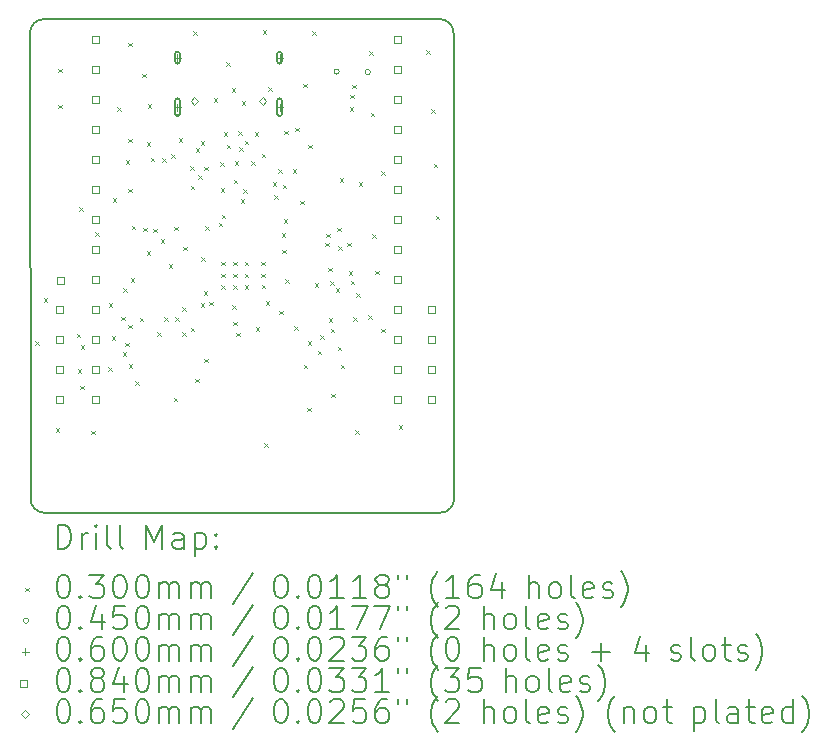
<source format=gbr>
%FSLAX45Y45*%
G04 Gerber Fmt 4.5, Leading zero omitted, Abs format (unit mm)*
G04 Created by KiCad (PCBNEW (6.99.0-1594-g5bf163de80)) date 2022-06-08 17:32:05*
%MOMM*%
%LPD*%
G01*
G04 APERTURE LIST*
%TA.AperFunction,Profile*%
%ADD10C,0.200000*%
%TD*%
%ADD11C,0.200000*%
%ADD12C,0.030000*%
%ADD13C,0.045000*%
%ADD14C,0.060000*%
%ADD15C,0.084000*%
%ADD16C,0.065000*%
G04 APERTURE END LIST*
D10*
X18055000Y-8220000D02*
G75*
G03*
X17935000Y-8100000I-120000J0D01*
G01*
X14587500Y-8100000D02*
X17935000Y-8100000D01*
X14472500Y-12160000D02*
G75*
G03*
X14592500Y-12280000I120000J0D01*
G01*
X17940000Y-12280000D02*
X14592500Y-12280000D01*
X14587500Y-8100000D02*
G75*
G03*
X14467500Y-8220000I0J-120000D01*
G01*
X18060000Y-12160000D02*
X18055000Y-8220000D01*
X17940000Y-12280000D02*
G75*
G03*
X18060000Y-12160000I0J120000D01*
G01*
X14472500Y-12160000D02*
X14467500Y-8220000D01*
D11*
D12*
X14513000Y-10830000D02*
X14543000Y-10860000D01*
X14543000Y-10830000D02*
X14513000Y-10860000D01*
X14585000Y-10463000D02*
X14615000Y-10493000D01*
X14615000Y-10463000D02*
X14585000Y-10493000D01*
X14685000Y-11565000D02*
X14715000Y-11595000D01*
X14715000Y-11565000D02*
X14685000Y-11595000D01*
X14705000Y-8825000D02*
X14735000Y-8855000D01*
X14735000Y-8825000D02*
X14705000Y-8855000D01*
X14706000Y-8520000D02*
X14736000Y-8550000D01*
X14736000Y-8520000D02*
X14706000Y-8550000D01*
X14865000Y-10764000D02*
X14895000Y-10794000D01*
X14895000Y-10764000D02*
X14865000Y-10794000D01*
X14873000Y-11063000D02*
X14903000Y-11093000D01*
X14903000Y-11063000D02*
X14873000Y-11093000D01*
X14883000Y-9694000D02*
X14913000Y-9724000D01*
X14913000Y-9694000D02*
X14883000Y-9724000D01*
X14895000Y-11205000D02*
X14925000Y-11235000D01*
X14925000Y-11205000D02*
X14895000Y-11235000D01*
X14897111Y-10861758D02*
X14927111Y-10891758D01*
X14927111Y-10861758D02*
X14897111Y-10891758D01*
X14985000Y-11585000D02*
X15015000Y-11615000D01*
X15015000Y-11585000D02*
X14985000Y-11615000D01*
X15020250Y-9906872D02*
X15050250Y-9936872D01*
X15050250Y-9906872D02*
X15020250Y-9936872D01*
X15131000Y-11048550D02*
X15161000Y-11078550D01*
X15161000Y-11048550D02*
X15131000Y-11078550D01*
X15133000Y-10506000D02*
X15163000Y-10536000D01*
X15163000Y-10506000D02*
X15133000Y-10536000D01*
X15160815Y-10786704D02*
X15190815Y-10816704D01*
X15190815Y-10786704D02*
X15160815Y-10816704D01*
X15167500Y-9617500D02*
X15197500Y-9647500D01*
X15197500Y-9617500D02*
X15167500Y-9647500D01*
X15207500Y-8847500D02*
X15237500Y-8877500D01*
X15237500Y-8847500D02*
X15207500Y-8877500D01*
X15239000Y-10621000D02*
X15269000Y-10651000D01*
X15269000Y-10621000D02*
X15239000Y-10651000D01*
X15253826Y-10920826D02*
X15283826Y-10950826D01*
X15283826Y-10920826D02*
X15253826Y-10950826D01*
X15257000Y-10378000D02*
X15287000Y-10408000D01*
X15287000Y-10378000D02*
X15257000Y-10408000D01*
X15276000Y-10842000D02*
X15306000Y-10872000D01*
X15306000Y-10842000D02*
X15276000Y-10872000D01*
X15280000Y-9297500D02*
X15310000Y-9327500D01*
X15310000Y-9297500D02*
X15280000Y-9327500D01*
X15299000Y-10687000D02*
X15329000Y-10717000D01*
X15329000Y-10687000D02*
X15299000Y-10717000D01*
X15300000Y-8300000D02*
X15330000Y-8330000D01*
X15330000Y-8300000D02*
X15300000Y-8330000D01*
X15300000Y-9535000D02*
X15330000Y-9565000D01*
X15330000Y-9535000D02*
X15300000Y-9565000D01*
X15301000Y-9112000D02*
X15331000Y-9142000D01*
X15331000Y-9112000D02*
X15301000Y-9142000D01*
X15303000Y-11020598D02*
X15333000Y-11050598D01*
X15333000Y-11020598D02*
X15303000Y-11050598D01*
X15320000Y-10295000D02*
X15350000Y-10325000D01*
X15350000Y-10295000D02*
X15320000Y-10325000D01*
X15328000Y-9850000D02*
X15358000Y-9880000D01*
X15358000Y-9850000D02*
X15328000Y-9880000D01*
X15357500Y-11167500D02*
X15387500Y-11197500D01*
X15387500Y-11167500D02*
X15357500Y-11197500D01*
X15399209Y-10628791D02*
X15429209Y-10658791D01*
X15429209Y-10628791D02*
X15399209Y-10658791D01*
X15419000Y-8563000D02*
X15449000Y-8593000D01*
X15449000Y-8563000D02*
X15419000Y-8593000D01*
X15427500Y-9867500D02*
X15457500Y-9897500D01*
X15457500Y-9867500D02*
X15427500Y-9897500D01*
X15455000Y-9142500D02*
X15485000Y-9172500D01*
X15485000Y-9142500D02*
X15455000Y-9172500D01*
X15455000Y-10067000D02*
X15485000Y-10097000D01*
X15485000Y-10067000D02*
X15455000Y-10097000D01*
X15465000Y-8820000D02*
X15495000Y-8850000D01*
X15495000Y-8820000D02*
X15465000Y-8850000D01*
X15490000Y-9272500D02*
X15520000Y-9302500D01*
X15520000Y-9272500D02*
X15490000Y-9302500D01*
X15511000Y-9875450D02*
X15541000Y-9905450D01*
X15541000Y-9875450D02*
X15511000Y-9905450D01*
X15544000Y-10753147D02*
X15574000Y-10783147D01*
X15574000Y-10753147D02*
X15544000Y-10783147D01*
X15575450Y-9962500D02*
X15605450Y-9992500D01*
X15605450Y-9962500D02*
X15575450Y-9992500D01*
X15588000Y-9280000D02*
X15618000Y-9310000D01*
X15618000Y-9280000D02*
X15588000Y-9310000D01*
X15603000Y-10624210D02*
X15633000Y-10654210D01*
X15633000Y-10624210D02*
X15603000Y-10654210D01*
X15643740Y-10176260D02*
X15673740Y-10206260D01*
X15673740Y-10176260D02*
X15643740Y-10206260D01*
X15662500Y-9242500D02*
X15692500Y-9272500D01*
X15692500Y-9242500D02*
X15662500Y-9272500D01*
X15685000Y-11305000D02*
X15715000Y-11335000D01*
X15715000Y-11305000D02*
X15685000Y-11335000D01*
X15687500Y-9860000D02*
X15717500Y-9890000D01*
X15717500Y-9860000D02*
X15687500Y-9890000D01*
X15698000Y-10624000D02*
X15728000Y-10654000D01*
X15728000Y-10624000D02*
X15698000Y-10654000D01*
X15729000Y-9108000D02*
X15759000Y-9138000D01*
X15759000Y-9108000D02*
X15729000Y-9138000D01*
X15756000Y-10753147D02*
X15786000Y-10783147D01*
X15786000Y-10753147D02*
X15756000Y-10783147D01*
X15759000Y-10540354D02*
X15789000Y-10570354D01*
X15789000Y-10540354D02*
X15759000Y-10570354D01*
X15767500Y-10027500D02*
X15797500Y-10057500D01*
X15797500Y-10027500D02*
X15767500Y-10057500D01*
X15826450Y-9347500D02*
X15856450Y-9377500D01*
X15856450Y-9347500D02*
X15826450Y-9377500D01*
X15827500Y-9512500D02*
X15857500Y-9542500D01*
X15857500Y-9512500D02*
X15827500Y-9542500D01*
X15830000Y-10713550D02*
X15860000Y-10743550D01*
X15860000Y-10713550D02*
X15830000Y-10743550D01*
X15850000Y-8202500D02*
X15880000Y-8232500D01*
X15880000Y-8202500D02*
X15850000Y-8232500D01*
X15865000Y-11145000D02*
X15895000Y-11175000D01*
X15895000Y-11145000D02*
X15865000Y-11175000D01*
X15871709Y-9193659D02*
X15901709Y-9223659D01*
X15901709Y-9193659D02*
X15871709Y-9223659D01*
X15892494Y-9422504D02*
X15922494Y-9452504D01*
X15922494Y-9422504D02*
X15892494Y-9452504D01*
X15912500Y-9132500D02*
X15942500Y-9162500D01*
X15942500Y-9132500D02*
X15912500Y-9162500D01*
X15913501Y-10504501D02*
X15943501Y-10534501D01*
X15943501Y-10504501D02*
X15913501Y-10534501D01*
X15919000Y-10116000D02*
X15949000Y-10146000D01*
X15949000Y-10116000D02*
X15919000Y-10146000D01*
X15941050Y-10403000D02*
X15971050Y-10433000D01*
X15971050Y-10403000D02*
X15941050Y-10433000D01*
X15942500Y-10975000D02*
X15972500Y-11005000D01*
X15972500Y-10975000D02*
X15942500Y-11005000D01*
X15944000Y-9350000D02*
X15974000Y-9380000D01*
X15974000Y-9350000D02*
X15944000Y-9380000D01*
X15953550Y-9852500D02*
X15983550Y-9882500D01*
X15983550Y-9852500D02*
X15953550Y-9882500D01*
X15986000Y-10494950D02*
X16016000Y-10524950D01*
X16016000Y-10494950D02*
X15986000Y-10524950D01*
X16025000Y-8772500D02*
X16055000Y-8802500D01*
X16055000Y-8772500D02*
X16025000Y-8802500D01*
X16064450Y-9826000D02*
X16094450Y-9856000D01*
X16094450Y-9826000D02*
X16064450Y-9856000D01*
X16077500Y-9312500D02*
X16107500Y-9342500D01*
X16107500Y-9312500D02*
X16077500Y-9342500D01*
X16084195Y-9532674D02*
X16114195Y-9562674D01*
X16114195Y-9532674D02*
X16084195Y-9562674D01*
X16087500Y-10155000D02*
X16117500Y-10185000D01*
X16117500Y-10155000D02*
X16087500Y-10185000D01*
X16087500Y-10255000D02*
X16117500Y-10285000D01*
X16117500Y-10255000D02*
X16087500Y-10285000D01*
X16087500Y-10355000D02*
X16117500Y-10385000D01*
X16117500Y-10355000D02*
X16087500Y-10385000D01*
X16092000Y-9757000D02*
X16122000Y-9787000D01*
X16122000Y-9757000D02*
X16092000Y-9787000D01*
X16109450Y-9058000D02*
X16139450Y-9088000D01*
X16139450Y-9058000D02*
X16109450Y-9088000D01*
X16130000Y-8465000D02*
X16160000Y-8495000D01*
X16160000Y-8465000D02*
X16130000Y-8495000D01*
X16133550Y-9165000D02*
X16163550Y-9195000D01*
X16163550Y-9165000D02*
X16133550Y-9195000D01*
X16176000Y-8684099D02*
X16206000Y-8714099D01*
X16206000Y-8684099D02*
X16176000Y-8714099D01*
X16179999Y-10524987D02*
X16209999Y-10554987D01*
X16209999Y-10524987D02*
X16179999Y-10554987D01*
X16187500Y-10155000D02*
X16217500Y-10185000D01*
X16217500Y-10155000D02*
X16187500Y-10185000D01*
X16187500Y-10255000D02*
X16217500Y-10285000D01*
X16217500Y-10255000D02*
X16187500Y-10285000D01*
X16187500Y-10355000D02*
X16217500Y-10385000D01*
X16217500Y-10355000D02*
X16187500Y-10385000D01*
X16189699Y-10661251D02*
X16219699Y-10691251D01*
X16219699Y-10661251D02*
X16189699Y-10691251D01*
X16194010Y-9459010D02*
X16224010Y-9489010D01*
X16224010Y-9459010D02*
X16194010Y-9489010D01*
X16200275Y-9303072D02*
X16230275Y-9333072D01*
X16230275Y-9303072D02*
X16200275Y-9333072D01*
X16215000Y-10757500D02*
X16245000Y-10787500D01*
X16245000Y-10757500D02*
X16215000Y-10787500D01*
X16230000Y-9047500D02*
X16260000Y-9077500D01*
X16260000Y-9047500D02*
X16230000Y-9077500D01*
X16239317Y-9186875D02*
X16269317Y-9216875D01*
X16269317Y-9186875D02*
X16239317Y-9216875D01*
X16253750Y-9626000D02*
X16283750Y-9656000D01*
X16283750Y-9626000D02*
X16253750Y-9656000D01*
X16260000Y-8795000D02*
X16290000Y-8825000D01*
X16290000Y-8795000D02*
X16260000Y-8825000D01*
X16272618Y-9541422D02*
X16302618Y-9571422D01*
X16302618Y-9541422D02*
X16272618Y-9571422D01*
X16285000Y-9130000D02*
X16315000Y-9160000D01*
X16315000Y-9130000D02*
X16285000Y-9160000D01*
X16287500Y-10155000D02*
X16317500Y-10185000D01*
X16317500Y-10155000D02*
X16287500Y-10185000D01*
X16287500Y-10255000D02*
X16317500Y-10285000D01*
X16317500Y-10255000D02*
X16287500Y-10285000D01*
X16287500Y-10355000D02*
X16317500Y-10385000D01*
X16317500Y-10355000D02*
X16287500Y-10385000D01*
X16342000Y-9303073D02*
X16372000Y-9333073D01*
X16372000Y-9303073D02*
X16342000Y-9333073D01*
X16370000Y-9057500D02*
X16400000Y-9087500D01*
X16400000Y-9057500D02*
X16370000Y-9087500D01*
X16380000Y-10707500D02*
X16410000Y-10737500D01*
X16410000Y-10707500D02*
X16380000Y-10737500D01*
X16426950Y-10255000D02*
X16456950Y-10285000D01*
X16456950Y-10255000D02*
X16426950Y-10285000D01*
X16427000Y-10153000D02*
X16457000Y-10183000D01*
X16457000Y-10153000D02*
X16427000Y-10183000D01*
X16429807Y-10349478D02*
X16459807Y-10379478D01*
X16459807Y-10349478D02*
X16429807Y-10379478D01*
X16430000Y-9240000D02*
X16460000Y-9270000D01*
X16460000Y-9240000D02*
X16430000Y-9270000D01*
X16437500Y-8192500D02*
X16467500Y-8222500D01*
X16467500Y-8192500D02*
X16437500Y-8222500D01*
X16452500Y-11690000D02*
X16482500Y-11720000D01*
X16482500Y-11690000D02*
X16452500Y-11720000D01*
X16463924Y-10491174D02*
X16493924Y-10521174D01*
X16493924Y-10491174D02*
X16463924Y-10521174D01*
X16486000Y-8678000D02*
X16516000Y-8708000D01*
X16516000Y-8678000D02*
X16486000Y-8708000D01*
X16525245Y-9480354D02*
X16555245Y-9510354D01*
X16555245Y-9480354D02*
X16525245Y-9510354D01*
X16537791Y-9591209D02*
X16567791Y-9621209D01*
X16567791Y-9591209D02*
X16537791Y-9621209D01*
X16571550Y-9373000D02*
X16601550Y-9403000D01*
X16601550Y-9373000D02*
X16571550Y-9403000D01*
X16580000Y-10569000D02*
X16610000Y-10599000D01*
X16610000Y-10569000D02*
X16580000Y-10599000D01*
X16600272Y-9913871D02*
X16630272Y-9943871D01*
X16630272Y-9913871D02*
X16600272Y-9943871D01*
X16603000Y-10052501D02*
X16633000Y-10082501D01*
X16633000Y-10052501D02*
X16603000Y-10082501D01*
X16607209Y-9503791D02*
X16637209Y-9533791D01*
X16637209Y-9503791D02*
X16607209Y-9533791D01*
X16617402Y-9795000D02*
X16647402Y-9825000D01*
X16647402Y-9795000D02*
X16617402Y-9825000D01*
X16622500Y-9045000D02*
X16652500Y-9075000D01*
X16652500Y-9045000D02*
X16622500Y-9075000D01*
X16626965Y-10304355D02*
X16656965Y-10334355D01*
X16656965Y-10304355D02*
X16626965Y-10334355D01*
X16692000Y-9372000D02*
X16722000Y-9402000D01*
X16722000Y-9372000D02*
X16692000Y-9402000D01*
X16706050Y-10702950D02*
X16736050Y-10732950D01*
X16736050Y-10702950D02*
X16706050Y-10732950D01*
X16713576Y-9021076D02*
X16743576Y-9051076D01*
X16743576Y-9021076D02*
X16713576Y-9051076D01*
X16755000Y-9640000D02*
X16785000Y-9670000D01*
X16785000Y-9640000D02*
X16755000Y-9670000D01*
X16783000Y-8646000D02*
X16813000Y-8676000D01*
X16813000Y-8646000D02*
X16783000Y-8676000D01*
X16785576Y-11026924D02*
X16815576Y-11056924D01*
X16815576Y-11026924D02*
X16785576Y-11056924D01*
X16815000Y-11392500D02*
X16845000Y-11422500D01*
X16845000Y-11392500D02*
X16815000Y-11422500D01*
X16820000Y-10827500D02*
X16850000Y-10857500D01*
X16850000Y-10827500D02*
X16820000Y-10857500D01*
X16824000Y-9164000D02*
X16854000Y-9194000D01*
X16854000Y-9164000D02*
X16824000Y-9194000D01*
X16857500Y-8205000D02*
X16887500Y-8235000D01*
X16887500Y-8205000D02*
X16857500Y-8235000D01*
X16877674Y-10338424D02*
X16907674Y-10368424D01*
X16907674Y-10338424D02*
X16877674Y-10368424D01*
X16902500Y-10907500D02*
X16932500Y-10937500D01*
X16932500Y-10907500D02*
X16902500Y-10937500D01*
X16927500Y-10775000D02*
X16957500Y-10805000D01*
X16957500Y-10775000D02*
X16927500Y-10805000D01*
X16966000Y-9993000D02*
X16996000Y-10023000D01*
X16996000Y-9993000D02*
X16966000Y-10023000D01*
X16975000Y-9917500D02*
X17005000Y-9947500D01*
X17005000Y-9917500D02*
X16975000Y-9947500D01*
X16994000Y-10205000D02*
X17024000Y-10235000D01*
X17024000Y-10205000D02*
X16994000Y-10235000D01*
X16997000Y-10632000D02*
X17027000Y-10662000D01*
X17027000Y-10632000D02*
X16997000Y-10662000D01*
X17010002Y-10321675D02*
X17040002Y-10351675D01*
X17040002Y-10321675D02*
X17010002Y-10351675D01*
X17016153Y-10722500D02*
X17046153Y-10752500D01*
X17046153Y-10722500D02*
X17016153Y-10752500D01*
X17017000Y-11273000D02*
X17047000Y-11303000D01*
X17047000Y-11273000D02*
X17017000Y-11303000D01*
X17057550Y-10377000D02*
X17087550Y-10407000D01*
X17087550Y-10377000D02*
X17057550Y-10407000D01*
X17067312Y-9868445D02*
X17097312Y-9898445D01*
X17097312Y-9868445D02*
X17067312Y-9898445D01*
X17072500Y-10872500D02*
X17102500Y-10902500D01*
X17102500Y-10872500D02*
X17072500Y-10902500D01*
X17075831Y-10021652D02*
X17105831Y-10051652D01*
X17105831Y-10021652D02*
X17075831Y-10051652D01*
X17092500Y-9447500D02*
X17122500Y-9477500D01*
X17122500Y-9447500D02*
X17092500Y-9477500D01*
X17100000Y-11027500D02*
X17130000Y-11057500D01*
X17130000Y-11027500D02*
X17100000Y-11057500D01*
X17155000Y-9995000D02*
X17185000Y-10025000D01*
X17185000Y-9995000D02*
X17155000Y-10025000D01*
X17168703Y-10234153D02*
X17198703Y-10264153D01*
X17198703Y-10234153D02*
X17168703Y-10264153D01*
X17175000Y-8845000D02*
X17205000Y-8875000D01*
X17205000Y-8845000D02*
X17175000Y-8875000D01*
X17180000Y-8740000D02*
X17210000Y-8770000D01*
X17210000Y-8740000D02*
X17180000Y-8770000D01*
X17182326Y-10316326D02*
X17212326Y-10346326D01*
X17212326Y-10316326D02*
X17182326Y-10346326D01*
X17197500Y-8655000D02*
X17227500Y-8685000D01*
X17227500Y-8655000D02*
X17197500Y-8685000D01*
X17205000Y-10625000D02*
X17235000Y-10655000D01*
X17235000Y-10625000D02*
X17205000Y-10655000D01*
X17221000Y-11581000D02*
X17251000Y-11611000D01*
X17251000Y-11581000D02*
X17221000Y-11611000D01*
X17232500Y-10422500D02*
X17262500Y-10452500D01*
X17262500Y-10422500D02*
X17232500Y-10452500D01*
X17250175Y-9480518D02*
X17280175Y-9510518D01*
X17280175Y-9480518D02*
X17250175Y-9510518D01*
X17330000Y-10607500D02*
X17360000Y-10637500D01*
X17360000Y-10607500D02*
X17330000Y-10637500D01*
X17342500Y-8372500D02*
X17372500Y-8402500D01*
X17372500Y-8372500D02*
X17342500Y-8402500D01*
X17355000Y-8892500D02*
X17385000Y-8922500D01*
X17385000Y-8892500D02*
X17355000Y-8922500D01*
X17367500Y-9920000D02*
X17397500Y-9950000D01*
X17397500Y-9920000D02*
X17367500Y-9950000D01*
X17392500Y-10232500D02*
X17422500Y-10262500D01*
X17422500Y-10232500D02*
X17392500Y-10262500D01*
X17440000Y-10721000D02*
X17470000Y-10751000D01*
X17470000Y-10721000D02*
X17440000Y-10751000D01*
X17442500Y-9387500D02*
X17472500Y-9417500D01*
X17472500Y-9387500D02*
X17442500Y-9417500D01*
X17590000Y-11538000D02*
X17620000Y-11568000D01*
X17620000Y-11538000D02*
X17590000Y-11568000D01*
X17825000Y-8365000D02*
X17855000Y-8395000D01*
X17855000Y-8365000D02*
X17825000Y-8395000D01*
X17865000Y-8865000D02*
X17895000Y-8895000D01*
X17895000Y-8865000D02*
X17865000Y-8895000D01*
X17885000Y-9325000D02*
X17915000Y-9355000D01*
X17915000Y-9325000D02*
X17885000Y-9355000D01*
X17905000Y-9765000D02*
X17935000Y-9795000D01*
X17935000Y-9765000D02*
X17905000Y-9795000D01*
D13*
X17087500Y-8545000D02*
G75*
G03*
X17087500Y-8545000I-22500J0D01*
G01*
X17350000Y-8550000D02*
G75*
G03*
X17350000Y-8550000I-22500J0D01*
G01*
D14*
X15717000Y-8397000D02*
X15717000Y-8457000D01*
X15687000Y-8427000D02*
X15747000Y-8427000D01*
D11*
X15737000Y-8457000D02*
X15737000Y-8397000D01*
X15697000Y-8457000D02*
X15697000Y-8397000D01*
X15737000Y-8397000D02*
G75*
G03*
X15697000Y-8397000I-20000J0D01*
G01*
X15697000Y-8457000D02*
G75*
G03*
X15737000Y-8457000I20000J0D01*
G01*
D14*
X15717000Y-8815000D02*
X15717000Y-8875000D01*
X15687000Y-8845000D02*
X15747000Y-8845000D01*
D11*
X15737000Y-8900000D02*
X15737000Y-8790000D01*
X15697000Y-8900000D02*
X15697000Y-8790000D01*
X15737000Y-8790000D02*
G75*
G03*
X15697000Y-8790000I-20000J0D01*
G01*
X15697000Y-8900000D02*
G75*
G03*
X15737000Y-8900000I20000J0D01*
G01*
D14*
X16581000Y-8397000D02*
X16581000Y-8457000D01*
X16551000Y-8427000D02*
X16611000Y-8427000D01*
D11*
X16601000Y-8457000D02*
X16601000Y-8397000D01*
X16561000Y-8457000D02*
X16561000Y-8397000D01*
X16601000Y-8397000D02*
G75*
G03*
X16561000Y-8397000I-20000J0D01*
G01*
X16561000Y-8457000D02*
G75*
G03*
X16601000Y-8457000I20000J0D01*
G01*
D14*
X16581000Y-8815000D02*
X16581000Y-8875000D01*
X16551000Y-8845000D02*
X16611000Y-8845000D01*
D11*
X16601000Y-8900000D02*
X16601000Y-8790000D01*
X16561000Y-8900000D02*
X16561000Y-8790000D01*
X16601000Y-8790000D02*
G75*
G03*
X16561000Y-8790000I-20000J0D01*
G01*
X16561000Y-8900000D02*
G75*
G03*
X16601000Y-8900000I20000J0D01*
G01*
D15*
X14750699Y-10591699D02*
X14750699Y-10532301D01*
X14691301Y-10532301D01*
X14691301Y-10591699D01*
X14750699Y-10591699D01*
X14750699Y-10845699D02*
X14750699Y-10786301D01*
X14691301Y-10786301D01*
X14691301Y-10845699D01*
X14750699Y-10845699D01*
X14750699Y-11099699D02*
X14750699Y-11040301D01*
X14691301Y-11040301D01*
X14691301Y-11099699D01*
X14750699Y-11099699D01*
X14750699Y-11353699D02*
X14750699Y-11294301D01*
X14691301Y-11294301D01*
X14691301Y-11353699D01*
X14750699Y-11353699D01*
X14753199Y-10339199D02*
X14753199Y-10279801D01*
X14693801Y-10279801D01*
X14693801Y-10339199D01*
X14753199Y-10339199D01*
X15048699Y-8305699D02*
X15048699Y-8246301D01*
X14989301Y-8246301D01*
X14989301Y-8305699D01*
X15048699Y-8305699D01*
X15048699Y-8559699D02*
X15048699Y-8500301D01*
X14989301Y-8500301D01*
X14989301Y-8559699D01*
X15048699Y-8559699D01*
X15048699Y-8813699D02*
X15048699Y-8754301D01*
X14989301Y-8754301D01*
X14989301Y-8813699D01*
X15048699Y-8813699D01*
X15048699Y-9067699D02*
X15048699Y-9008301D01*
X14989301Y-9008301D01*
X14989301Y-9067699D01*
X15048699Y-9067699D01*
X15048699Y-9321699D02*
X15048699Y-9262301D01*
X14989301Y-9262301D01*
X14989301Y-9321699D01*
X15048699Y-9321699D01*
X15048699Y-9575699D02*
X15048699Y-9516301D01*
X14989301Y-9516301D01*
X14989301Y-9575699D01*
X15048699Y-9575699D01*
X15048699Y-9829699D02*
X15048699Y-9770301D01*
X14989301Y-9770301D01*
X14989301Y-9829699D01*
X15048699Y-9829699D01*
X15048699Y-10083699D02*
X15048699Y-10024301D01*
X14989301Y-10024301D01*
X14989301Y-10083699D01*
X15048699Y-10083699D01*
X15048699Y-10337699D02*
X15048699Y-10278301D01*
X14989301Y-10278301D01*
X14989301Y-10337699D01*
X15048699Y-10337699D01*
X15048699Y-10591699D02*
X15048699Y-10532301D01*
X14989301Y-10532301D01*
X14989301Y-10591699D01*
X15048699Y-10591699D01*
X15048699Y-10845699D02*
X15048699Y-10786301D01*
X14989301Y-10786301D01*
X14989301Y-10845699D01*
X15048699Y-10845699D01*
X15048699Y-11099699D02*
X15048699Y-11040301D01*
X14989301Y-11040301D01*
X14989301Y-11099699D01*
X15048699Y-11099699D01*
X15048699Y-11353699D02*
X15048699Y-11294301D01*
X14989301Y-11294301D01*
X14989301Y-11353699D01*
X15048699Y-11353699D01*
X17605699Y-8305699D02*
X17605699Y-8246301D01*
X17546301Y-8246301D01*
X17546301Y-8305699D01*
X17605699Y-8305699D01*
X17605699Y-8559699D02*
X17605699Y-8500301D01*
X17546301Y-8500301D01*
X17546301Y-8559699D01*
X17605699Y-8559699D01*
X17605699Y-8813699D02*
X17605699Y-8754301D01*
X17546301Y-8754301D01*
X17546301Y-8813699D01*
X17605699Y-8813699D01*
X17605699Y-9067699D02*
X17605699Y-9008301D01*
X17546301Y-9008301D01*
X17546301Y-9067699D01*
X17605699Y-9067699D01*
X17605699Y-9321699D02*
X17605699Y-9262301D01*
X17546301Y-9262301D01*
X17546301Y-9321699D01*
X17605699Y-9321699D01*
X17605699Y-9575699D02*
X17605699Y-9516301D01*
X17546301Y-9516301D01*
X17546301Y-9575699D01*
X17605699Y-9575699D01*
X17605699Y-9829699D02*
X17605699Y-9770301D01*
X17546301Y-9770301D01*
X17546301Y-9829699D01*
X17605699Y-9829699D01*
X17605699Y-10083699D02*
X17605699Y-10024301D01*
X17546301Y-10024301D01*
X17546301Y-10083699D01*
X17605699Y-10083699D01*
X17605699Y-10337699D02*
X17605699Y-10278301D01*
X17546301Y-10278301D01*
X17546301Y-10337699D01*
X17605699Y-10337699D01*
X17605699Y-10591699D02*
X17605699Y-10532301D01*
X17546301Y-10532301D01*
X17546301Y-10591699D01*
X17605699Y-10591699D01*
X17605699Y-10845699D02*
X17605699Y-10786301D01*
X17546301Y-10786301D01*
X17546301Y-10845699D01*
X17605699Y-10845699D01*
X17605699Y-11099699D02*
X17605699Y-11040301D01*
X17546301Y-11040301D01*
X17546301Y-11099699D01*
X17605699Y-11099699D01*
X17605699Y-11353699D02*
X17605699Y-11294301D01*
X17546301Y-11294301D01*
X17546301Y-11353699D01*
X17605699Y-11353699D01*
X17900699Y-10591699D02*
X17900699Y-10532301D01*
X17841301Y-10532301D01*
X17841301Y-10591699D01*
X17900699Y-10591699D01*
X17900699Y-10845699D02*
X17900699Y-10786301D01*
X17841301Y-10786301D01*
X17841301Y-10845699D01*
X17900699Y-10845699D01*
X17900699Y-11099699D02*
X17900699Y-11040301D01*
X17841301Y-11040301D01*
X17841301Y-11099699D01*
X17900699Y-11099699D01*
X17900699Y-11353699D02*
X17900699Y-11294301D01*
X17841301Y-11294301D01*
X17841301Y-11353699D01*
X17900699Y-11353699D01*
D16*
X15860000Y-8824500D02*
X15892500Y-8792000D01*
X15860000Y-8759500D01*
X15827500Y-8792000D01*
X15860000Y-8824500D01*
X16438000Y-8824500D02*
X16470500Y-8792000D01*
X16438000Y-8759500D01*
X16405500Y-8792000D01*
X16438000Y-8824500D01*
D11*
X14705119Y-12583476D02*
X14705119Y-12383476D01*
X14705119Y-12383476D02*
X14752738Y-12383476D01*
X14752738Y-12383476D02*
X14781309Y-12393000D01*
X14781309Y-12393000D02*
X14800357Y-12412048D01*
X14800357Y-12412048D02*
X14809881Y-12431095D01*
X14809881Y-12431095D02*
X14819405Y-12469190D01*
X14819405Y-12469190D02*
X14819405Y-12497762D01*
X14819405Y-12497762D02*
X14809881Y-12535857D01*
X14809881Y-12535857D02*
X14800357Y-12554905D01*
X14800357Y-12554905D02*
X14781309Y-12573952D01*
X14781309Y-12573952D02*
X14752738Y-12583476D01*
X14752738Y-12583476D02*
X14705119Y-12583476D01*
X14905119Y-12583476D02*
X14905119Y-12450143D01*
X14905119Y-12488238D02*
X14914643Y-12469190D01*
X14914643Y-12469190D02*
X14924167Y-12459667D01*
X14924167Y-12459667D02*
X14943214Y-12450143D01*
X14943214Y-12450143D02*
X14962262Y-12450143D01*
X15028928Y-12583476D02*
X15028928Y-12450143D01*
X15028928Y-12383476D02*
X15019405Y-12393000D01*
X15019405Y-12393000D02*
X15028928Y-12402524D01*
X15028928Y-12402524D02*
X15038452Y-12393000D01*
X15038452Y-12393000D02*
X15028928Y-12383476D01*
X15028928Y-12383476D02*
X15028928Y-12402524D01*
X15152738Y-12583476D02*
X15133690Y-12573952D01*
X15133690Y-12573952D02*
X15124167Y-12554905D01*
X15124167Y-12554905D02*
X15124167Y-12383476D01*
X15257500Y-12583476D02*
X15238452Y-12573952D01*
X15238452Y-12573952D02*
X15228928Y-12554905D01*
X15228928Y-12554905D02*
X15228928Y-12383476D01*
X15453690Y-12583476D02*
X15453690Y-12383476D01*
X15453690Y-12383476D02*
X15520357Y-12526333D01*
X15520357Y-12526333D02*
X15587024Y-12383476D01*
X15587024Y-12383476D02*
X15587024Y-12583476D01*
X15767976Y-12583476D02*
X15767976Y-12478714D01*
X15767976Y-12478714D02*
X15758452Y-12459667D01*
X15758452Y-12459667D02*
X15739405Y-12450143D01*
X15739405Y-12450143D02*
X15701309Y-12450143D01*
X15701309Y-12450143D02*
X15682262Y-12459667D01*
X15767976Y-12573952D02*
X15748928Y-12583476D01*
X15748928Y-12583476D02*
X15701309Y-12583476D01*
X15701309Y-12583476D02*
X15682262Y-12573952D01*
X15682262Y-12573952D02*
X15672738Y-12554905D01*
X15672738Y-12554905D02*
X15672738Y-12535857D01*
X15672738Y-12535857D02*
X15682262Y-12516809D01*
X15682262Y-12516809D02*
X15701309Y-12507286D01*
X15701309Y-12507286D02*
X15748928Y-12507286D01*
X15748928Y-12507286D02*
X15767976Y-12497762D01*
X15863214Y-12450143D02*
X15863214Y-12650143D01*
X15863214Y-12459667D02*
X15882262Y-12450143D01*
X15882262Y-12450143D02*
X15920357Y-12450143D01*
X15920357Y-12450143D02*
X15939405Y-12459667D01*
X15939405Y-12459667D02*
X15948928Y-12469190D01*
X15948928Y-12469190D02*
X15958452Y-12488238D01*
X15958452Y-12488238D02*
X15958452Y-12545381D01*
X15958452Y-12545381D02*
X15948928Y-12564428D01*
X15948928Y-12564428D02*
X15939405Y-12573952D01*
X15939405Y-12573952D02*
X15920357Y-12583476D01*
X15920357Y-12583476D02*
X15882262Y-12583476D01*
X15882262Y-12583476D02*
X15863214Y-12573952D01*
X16044167Y-12564428D02*
X16053690Y-12573952D01*
X16053690Y-12573952D02*
X16044167Y-12583476D01*
X16044167Y-12583476D02*
X16034643Y-12573952D01*
X16034643Y-12573952D02*
X16044167Y-12564428D01*
X16044167Y-12564428D02*
X16044167Y-12583476D01*
X16044167Y-12459667D02*
X16053690Y-12469190D01*
X16053690Y-12469190D02*
X16044167Y-12478714D01*
X16044167Y-12478714D02*
X16034643Y-12469190D01*
X16034643Y-12469190D02*
X16044167Y-12459667D01*
X16044167Y-12459667D02*
X16044167Y-12478714D01*
D12*
X14427500Y-12915000D02*
X14457500Y-12945000D01*
X14457500Y-12915000D02*
X14427500Y-12945000D01*
D11*
X14743214Y-12803476D02*
X14762262Y-12803476D01*
X14762262Y-12803476D02*
X14781309Y-12813000D01*
X14781309Y-12813000D02*
X14790833Y-12822524D01*
X14790833Y-12822524D02*
X14800357Y-12841571D01*
X14800357Y-12841571D02*
X14809881Y-12879667D01*
X14809881Y-12879667D02*
X14809881Y-12927286D01*
X14809881Y-12927286D02*
X14800357Y-12965381D01*
X14800357Y-12965381D02*
X14790833Y-12984428D01*
X14790833Y-12984428D02*
X14781309Y-12993952D01*
X14781309Y-12993952D02*
X14762262Y-13003476D01*
X14762262Y-13003476D02*
X14743214Y-13003476D01*
X14743214Y-13003476D02*
X14724167Y-12993952D01*
X14724167Y-12993952D02*
X14714643Y-12984428D01*
X14714643Y-12984428D02*
X14705119Y-12965381D01*
X14705119Y-12965381D02*
X14695595Y-12927286D01*
X14695595Y-12927286D02*
X14695595Y-12879667D01*
X14695595Y-12879667D02*
X14705119Y-12841571D01*
X14705119Y-12841571D02*
X14714643Y-12822524D01*
X14714643Y-12822524D02*
X14724167Y-12813000D01*
X14724167Y-12813000D02*
X14743214Y-12803476D01*
X14895595Y-12984428D02*
X14905119Y-12993952D01*
X14905119Y-12993952D02*
X14895595Y-13003476D01*
X14895595Y-13003476D02*
X14886071Y-12993952D01*
X14886071Y-12993952D02*
X14895595Y-12984428D01*
X14895595Y-12984428D02*
X14895595Y-13003476D01*
X14971786Y-12803476D02*
X15095595Y-12803476D01*
X15095595Y-12803476D02*
X15028928Y-12879667D01*
X15028928Y-12879667D02*
X15057500Y-12879667D01*
X15057500Y-12879667D02*
X15076548Y-12889190D01*
X15076548Y-12889190D02*
X15086071Y-12898714D01*
X15086071Y-12898714D02*
X15095595Y-12917762D01*
X15095595Y-12917762D02*
X15095595Y-12965381D01*
X15095595Y-12965381D02*
X15086071Y-12984428D01*
X15086071Y-12984428D02*
X15076548Y-12993952D01*
X15076548Y-12993952D02*
X15057500Y-13003476D01*
X15057500Y-13003476D02*
X15000357Y-13003476D01*
X15000357Y-13003476D02*
X14981309Y-12993952D01*
X14981309Y-12993952D02*
X14971786Y-12984428D01*
X15219405Y-12803476D02*
X15238452Y-12803476D01*
X15238452Y-12803476D02*
X15257500Y-12813000D01*
X15257500Y-12813000D02*
X15267024Y-12822524D01*
X15267024Y-12822524D02*
X15276548Y-12841571D01*
X15276548Y-12841571D02*
X15286071Y-12879667D01*
X15286071Y-12879667D02*
X15286071Y-12927286D01*
X15286071Y-12927286D02*
X15276548Y-12965381D01*
X15276548Y-12965381D02*
X15267024Y-12984428D01*
X15267024Y-12984428D02*
X15257500Y-12993952D01*
X15257500Y-12993952D02*
X15238452Y-13003476D01*
X15238452Y-13003476D02*
X15219405Y-13003476D01*
X15219405Y-13003476D02*
X15200357Y-12993952D01*
X15200357Y-12993952D02*
X15190833Y-12984428D01*
X15190833Y-12984428D02*
X15181309Y-12965381D01*
X15181309Y-12965381D02*
X15171786Y-12927286D01*
X15171786Y-12927286D02*
X15171786Y-12879667D01*
X15171786Y-12879667D02*
X15181309Y-12841571D01*
X15181309Y-12841571D02*
X15190833Y-12822524D01*
X15190833Y-12822524D02*
X15200357Y-12813000D01*
X15200357Y-12813000D02*
X15219405Y-12803476D01*
X15409881Y-12803476D02*
X15428929Y-12803476D01*
X15428929Y-12803476D02*
X15447976Y-12813000D01*
X15447976Y-12813000D02*
X15457500Y-12822524D01*
X15457500Y-12822524D02*
X15467024Y-12841571D01*
X15467024Y-12841571D02*
X15476548Y-12879667D01*
X15476548Y-12879667D02*
X15476548Y-12927286D01*
X15476548Y-12927286D02*
X15467024Y-12965381D01*
X15467024Y-12965381D02*
X15457500Y-12984428D01*
X15457500Y-12984428D02*
X15447976Y-12993952D01*
X15447976Y-12993952D02*
X15428929Y-13003476D01*
X15428929Y-13003476D02*
X15409881Y-13003476D01*
X15409881Y-13003476D02*
X15390833Y-12993952D01*
X15390833Y-12993952D02*
X15381309Y-12984428D01*
X15381309Y-12984428D02*
X15371786Y-12965381D01*
X15371786Y-12965381D02*
X15362262Y-12927286D01*
X15362262Y-12927286D02*
X15362262Y-12879667D01*
X15362262Y-12879667D02*
X15371786Y-12841571D01*
X15371786Y-12841571D02*
X15381309Y-12822524D01*
X15381309Y-12822524D02*
X15390833Y-12813000D01*
X15390833Y-12813000D02*
X15409881Y-12803476D01*
X15562262Y-13003476D02*
X15562262Y-12870143D01*
X15562262Y-12889190D02*
X15571786Y-12879667D01*
X15571786Y-12879667D02*
X15590833Y-12870143D01*
X15590833Y-12870143D02*
X15619405Y-12870143D01*
X15619405Y-12870143D02*
X15638452Y-12879667D01*
X15638452Y-12879667D02*
X15647976Y-12898714D01*
X15647976Y-12898714D02*
X15647976Y-13003476D01*
X15647976Y-12898714D02*
X15657500Y-12879667D01*
X15657500Y-12879667D02*
X15676548Y-12870143D01*
X15676548Y-12870143D02*
X15705119Y-12870143D01*
X15705119Y-12870143D02*
X15724167Y-12879667D01*
X15724167Y-12879667D02*
X15733690Y-12898714D01*
X15733690Y-12898714D02*
X15733690Y-13003476D01*
X15828929Y-13003476D02*
X15828929Y-12870143D01*
X15828929Y-12889190D02*
X15838452Y-12879667D01*
X15838452Y-12879667D02*
X15857500Y-12870143D01*
X15857500Y-12870143D02*
X15886071Y-12870143D01*
X15886071Y-12870143D02*
X15905119Y-12879667D01*
X15905119Y-12879667D02*
X15914643Y-12898714D01*
X15914643Y-12898714D02*
X15914643Y-13003476D01*
X15914643Y-12898714D02*
X15924167Y-12879667D01*
X15924167Y-12879667D02*
X15943214Y-12870143D01*
X15943214Y-12870143D02*
X15971786Y-12870143D01*
X15971786Y-12870143D02*
X15990833Y-12879667D01*
X15990833Y-12879667D02*
X16000357Y-12898714D01*
X16000357Y-12898714D02*
X16000357Y-13003476D01*
X16358452Y-12793952D02*
X16187024Y-13051095D01*
X16583214Y-12803476D02*
X16602262Y-12803476D01*
X16602262Y-12803476D02*
X16621310Y-12813000D01*
X16621310Y-12813000D02*
X16630833Y-12822524D01*
X16630833Y-12822524D02*
X16640357Y-12841571D01*
X16640357Y-12841571D02*
X16649881Y-12879667D01*
X16649881Y-12879667D02*
X16649881Y-12927286D01*
X16649881Y-12927286D02*
X16640357Y-12965381D01*
X16640357Y-12965381D02*
X16630833Y-12984428D01*
X16630833Y-12984428D02*
X16621310Y-12993952D01*
X16621310Y-12993952D02*
X16602262Y-13003476D01*
X16602262Y-13003476D02*
X16583214Y-13003476D01*
X16583214Y-13003476D02*
X16564167Y-12993952D01*
X16564167Y-12993952D02*
X16554643Y-12984428D01*
X16554643Y-12984428D02*
X16545119Y-12965381D01*
X16545119Y-12965381D02*
X16535595Y-12927286D01*
X16535595Y-12927286D02*
X16535595Y-12879667D01*
X16535595Y-12879667D02*
X16545119Y-12841571D01*
X16545119Y-12841571D02*
X16554643Y-12822524D01*
X16554643Y-12822524D02*
X16564167Y-12813000D01*
X16564167Y-12813000D02*
X16583214Y-12803476D01*
X16735595Y-12984428D02*
X16745119Y-12993952D01*
X16745119Y-12993952D02*
X16735595Y-13003476D01*
X16735595Y-13003476D02*
X16726071Y-12993952D01*
X16726071Y-12993952D02*
X16735595Y-12984428D01*
X16735595Y-12984428D02*
X16735595Y-13003476D01*
X16868929Y-12803476D02*
X16887976Y-12803476D01*
X16887976Y-12803476D02*
X16907024Y-12813000D01*
X16907024Y-12813000D02*
X16916548Y-12822524D01*
X16916548Y-12822524D02*
X16926072Y-12841571D01*
X16926072Y-12841571D02*
X16935595Y-12879667D01*
X16935595Y-12879667D02*
X16935595Y-12927286D01*
X16935595Y-12927286D02*
X16926072Y-12965381D01*
X16926072Y-12965381D02*
X16916548Y-12984428D01*
X16916548Y-12984428D02*
X16907024Y-12993952D01*
X16907024Y-12993952D02*
X16887976Y-13003476D01*
X16887976Y-13003476D02*
X16868929Y-13003476D01*
X16868929Y-13003476D02*
X16849881Y-12993952D01*
X16849881Y-12993952D02*
X16840357Y-12984428D01*
X16840357Y-12984428D02*
X16830833Y-12965381D01*
X16830833Y-12965381D02*
X16821310Y-12927286D01*
X16821310Y-12927286D02*
X16821310Y-12879667D01*
X16821310Y-12879667D02*
X16830833Y-12841571D01*
X16830833Y-12841571D02*
X16840357Y-12822524D01*
X16840357Y-12822524D02*
X16849881Y-12813000D01*
X16849881Y-12813000D02*
X16868929Y-12803476D01*
X17126072Y-13003476D02*
X17011786Y-13003476D01*
X17068929Y-13003476D02*
X17068929Y-12803476D01*
X17068929Y-12803476D02*
X17049881Y-12832048D01*
X17049881Y-12832048D02*
X17030833Y-12851095D01*
X17030833Y-12851095D02*
X17011786Y-12860619D01*
X17316548Y-13003476D02*
X17202262Y-13003476D01*
X17259405Y-13003476D02*
X17259405Y-12803476D01*
X17259405Y-12803476D02*
X17240357Y-12832048D01*
X17240357Y-12832048D02*
X17221310Y-12851095D01*
X17221310Y-12851095D02*
X17202262Y-12860619D01*
X17430833Y-12889190D02*
X17411786Y-12879667D01*
X17411786Y-12879667D02*
X17402262Y-12870143D01*
X17402262Y-12870143D02*
X17392738Y-12851095D01*
X17392738Y-12851095D02*
X17392738Y-12841571D01*
X17392738Y-12841571D02*
X17402262Y-12822524D01*
X17402262Y-12822524D02*
X17411786Y-12813000D01*
X17411786Y-12813000D02*
X17430833Y-12803476D01*
X17430833Y-12803476D02*
X17468929Y-12803476D01*
X17468929Y-12803476D02*
X17487976Y-12813000D01*
X17487976Y-12813000D02*
X17497500Y-12822524D01*
X17497500Y-12822524D02*
X17507024Y-12841571D01*
X17507024Y-12841571D02*
X17507024Y-12851095D01*
X17507024Y-12851095D02*
X17497500Y-12870143D01*
X17497500Y-12870143D02*
X17487976Y-12879667D01*
X17487976Y-12879667D02*
X17468929Y-12889190D01*
X17468929Y-12889190D02*
X17430833Y-12889190D01*
X17430833Y-12889190D02*
X17411786Y-12898714D01*
X17411786Y-12898714D02*
X17402262Y-12908238D01*
X17402262Y-12908238D02*
X17392738Y-12927286D01*
X17392738Y-12927286D02*
X17392738Y-12965381D01*
X17392738Y-12965381D02*
X17402262Y-12984428D01*
X17402262Y-12984428D02*
X17411786Y-12993952D01*
X17411786Y-12993952D02*
X17430833Y-13003476D01*
X17430833Y-13003476D02*
X17468929Y-13003476D01*
X17468929Y-13003476D02*
X17487976Y-12993952D01*
X17487976Y-12993952D02*
X17497500Y-12984428D01*
X17497500Y-12984428D02*
X17507024Y-12965381D01*
X17507024Y-12965381D02*
X17507024Y-12927286D01*
X17507024Y-12927286D02*
X17497500Y-12908238D01*
X17497500Y-12908238D02*
X17487976Y-12898714D01*
X17487976Y-12898714D02*
X17468929Y-12889190D01*
X17583214Y-12803476D02*
X17583214Y-12841571D01*
X17659405Y-12803476D02*
X17659405Y-12841571D01*
X17922262Y-13079667D02*
X17912738Y-13070143D01*
X17912738Y-13070143D02*
X17893691Y-13041571D01*
X17893691Y-13041571D02*
X17884167Y-13022524D01*
X17884167Y-13022524D02*
X17874643Y-12993952D01*
X17874643Y-12993952D02*
X17865119Y-12946333D01*
X17865119Y-12946333D02*
X17865119Y-12908238D01*
X17865119Y-12908238D02*
X17874643Y-12860619D01*
X17874643Y-12860619D02*
X17884167Y-12832048D01*
X17884167Y-12832048D02*
X17893691Y-12813000D01*
X17893691Y-12813000D02*
X17912738Y-12784428D01*
X17912738Y-12784428D02*
X17922262Y-12774905D01*
X18103214Y-13003476D02*
X17988929Y-13003476D01*
X18046072Y-13003476D02*
X18046072Y-12803476D01*
X18046072Y-12803476D02*
X18027024Y-12832048D01*
X18027024Y-12832048D02*
X18007976Y-12851095D01*
X18007976Y-12851095D02*
X17988929Y-12860619D01*
X18274643Y-12803476D02*
X18236548Y-12803476D01*
X18236548Y-12803476D02*
X18217500Y-12813000D01*
X18217500Y-12813000D02*
X18207976Y-12822524D01*
X18207976Y-12822524D02*
X18188929Y-12851095D01*
X18188929Y-12851095D02*
X18179405Y-12889190D01*
X18179405Y-12889190D02*
X18179405Y-12965381D01*
X18179405Y-12965381D02*
X18188929Y-12984428D01*
X18188929Y-12984428D02*
X18198453Y-12993952D01*
X18198453Y-12993952D02*
X18217500Y-13003476D01*
X18217500Y-13003476D02*
X18255595Y-13003476D01*
X18255595Y-13003476D02*
X18274643Y-12993952D01*
X18274643Y-12993952D02*
X18284167Y-12984428D01*
X18284167Y-12984428D02*
X18293691Y-12965381D01*
X18293691Y-12965381D02*
X18293691Y-12917762D01*
X18293691Y-12917762D02*
X18284167Y-12898714D01*
X18284167Y-12898714D02*
X18274643Y-12889190D01*
X18274643Y-12889190D02*
X18255595Y-12879667D01*
X18255595Y-12879667D02*
X18217500Y-12879667D01*
X18217500Y-12879667D02*
X18198453Y-12889190D01*
X18198453Y-12889190D02*
X18188929Y-12898714D01*
X18188929Y-12898714D02*
X18179405Y-12917762D01*
X18465119Y-12870143D02*
X18465119Y-13003476D01*
X18417500Y-12793952D02*
X18369881Y-12936809D01*
X18369881Y-12936809D02*
X18493691Y-12936809D01*
X18689881Y-13003476D02*
X18689881Y-12803476D01*
X18775595Y-13003476D02*
X18775595Y-12898714D01*
X18775595Y-12898714D02*
X18766072Y-12879667D01*
X18766072Y-12879667D02*
X18747024Y-12870143D01*
X18747024Y-12870143D02*
X18718453Y-12870143D01*
X18718453Y-12870143D02*
X18699405Y-12879667D01*
X18699405Y-12879667D02*
X18689881Y-12889190D01*
X18899405Y-13003476D02*
X18880357Y-12993952D01*
X18880357Y-12993952D02*
X18870834Y-12984428D01*
X18870834Y-12984428D02*
X18861310Y-12965381D01*
X18861310Y-12965381D02*
X18861310Y-12908238D01*
X18861310Y-12908238D02*
X18870834Y-12889190D01*
X18870834Y-12889190D02*
X18880357Y-12879667D01*
X18880357Y-12879667D02*
X18899405Y-12870143D01*
X18899405Y-12870143D02*
X18927976Y-12870143D01*
X18927976Y-12870143D02*
X18947024Y-12879667D01*
X18947024Y-12879667D02*
X18956548Y-12889190D01*
X18956548Y-12889190D02*
X18966072Y-12908238D01*
X18966072Y-12908238D02*
X18966072Y-12965381D01*
X18966072Y-12965381D02*
X18956548Y-12984428D01*
X18956548Y-12984428D02*
X18947024Y-12993952D01*
X18947024Y-12993952D02*
X18927976Y-13003476D01*
X18927976Y-13003476D02*
X18899405Y-13003476D01*
X19080357Y-13003476D02*
X19061310Y-12993952D01*
X19061310Y-12993952D02*
X19051786Y-12974905D01*
X19051786Y-12974905D02*
X19051786Y-12803476D01*
X19232738Y-12993952D02*
X19213691Y-13003476D01*
X19213691Y-13003476D02*
X19175595Y-13003476D01*
X19175595Y-13003476D02*
X19156548Y-12993952D01*
X19156548Y-12993952D02*
X19147024Y-12974905D01*
X19147024Y-12974905D02*
X19147024Y-12898714D01*
X19147024Y-12898714D02*
X19156548Y-12879667D01*
X19156548Y-12879667D02*
X19175595Y-12870143D01*
X19175595Y-12870143D02*
X19213691Y-12870143D01*
X19213691Y-12870143D02*
X19232738Y-12879667D01*
X19232738Y-12879667D02*
X19242262Y-12898714D01*
X19242262Y-12898714D02*
X19242262Y-12917762D01*
X19242262Y-12917762D02*
X19147024Y-12936809D01*
X19318453Y-12993952D02*
X19337500Y-13003476D01*
X19337500Y-13003476D02*
X19375595Y-13003476D01*
X19375595Y-13003476D02*
X19394643Y-12993952D01*
X19394643Y-12993952D02*
X19404167Y-12974905D01*
X19404167Y-12974905D02*
X19404167Y-12965381D01*
X19404167Y-12965381D02*
X19394643Y-12946333D01*
X19394643Y-12946333D02*
X19375595Y-12936809D01*
X19375595Y-12936809D02*
X19347024Y-12936809D01*
X19347024Y-12936809D02*
X19327976Y-12927286D01*
X19327976Y-12927286D02*
X19318453Y-12908238D01*
X19318453Y-12908238D02*
X19318453Y-12898714D01*
X19318453Y-12898714D02*
X19327976Y-12879667D01*
X19327976Y-12879667D02*
X19347024Y-12870143D01*
X19347024Y-12870143D02*
X19375595Y-12870143D01*
X19375595Y-12870143D02*
X19394643Y-12879667D01*
X19470834Y-13079667D02*
X19480357Y-13070143D01*
X19480357Y-13070143D02*
X19499405Y-13041571D01*
X19499405Y-13041571D02*
X19508929Y-13022524D01*
X19508929Y-13022524D02*
X19518453Y-12993952D01*
X19518453Y-12993952D02*
X19527976Y-12946333D01*
X19527976Y-12946333D02*
X19527976Y-12908238D01*
X19527976Y-12908238D02*
X19518453Y-12860619D01*
X19518453Y-12860619D02*
X19508929Y-12832048D01*
X19508929Y-12832048D02*
X19499405Y-12813000D01*
X19499405Y-12813000D02*
X19480357Y-12784428D01*
X19480357Y-12784428D02*
X19470834Y-12774905D01*
D13*
X14457500Y-13194000D02*
G75*
G03*
X14457500Y-13194000I-22500J0D01*
G01*
D11*
X14743214Y-13067476D02*
X14762262Y-13067476D01*
X14762262Y-13067476D02*
X14781309Y-13077000D01*
X14781309Y-13077000D02*
X14790833Y-13086524D01*
X14790833Y-13086524D02*
X14800357Y-13105571D01*
X14800357Y-13105571D02*
X14809881Y-13143667D01*
X14809881Y-13143667D02*
X14809881Y-13191286D01*
X14809881Y-13191286D02*
X14800357Y-13229381D01*
X14800357Y-13229381D02*
X14790833Y-13248428D01*
X14790833Y-13248428D02*
X14781309Y-13257952D01*
X14781309Y-13257952D02*
X14762262Y-13267476D01*
X14762262Y-13267476D02*
X14743214Y-13267476D01*
X14743214Y-13267476D02*
X14724167Y-13257952D01*
X14724167Y-13257952D02*
X14714643Y-13248428D01*
X14714643Y-13248428D02*
X14705119Y-13229381D01*
X14705119Y-13229381D02*
X14695595Y-13191286D01*
X14695595Y-13191286D02*
X14695595Y-13143667D01*
X14695595Y-13143667D02*
X14705119Y-13105571D01*
X14705119Y-13105571D02*
X14714643Y-13086524D01*
X14714643Y-13086524D02*
X14724167Y-13077000D01*
X14724167Y-13077000D02*
X14743214Y-13067476D01*
X14895595Y-13248428D02*
X14905119Y-13257952D01*
X14905119Y-13257952D02*
X14895595Y-13267476D01*
X14895595Y-13267476D02*
X14886071Y-13257952D01*
X14886071Y-13257952D02*
X14895595Y-13248428D01*
X14895595Y-13248428D02*
X14895595Y-13267476D01*
X15076548Y-13134143D02*
X15076548Y-13267476D01*
X15028928Y-13057952D02*
X14981309Y-13200809D01*
X14981309Y-13200809D02*
X15105119Y-13200809D01*
X15276548Y-13067476D02*
X15181309Y-13067476D01*
X15181309Y-13067476D02*
X15171786Y-13162714D01*
X15171786Y-13162714D02*
X15181309Y-13153190D01*
X15181309Y-13153190D02*
X15200357Y-13143667D01*
X15200357Y-13143667D02*
X15247976Y-13143667D01*
X15247976Y-13143667D02*
X15267024Y-13153190D01*
X15267024Y-13153190D02*
X15276548Y-13162714D01*
X15276548Y-13162714D02*
X15286071Y-13181762D01*
X15286071Y-13181762D02*
X15286071Y-13229381D01*
X15286071Y-13229381D02*
X15276548Y-13248428D01*
X15276548Y-13248428D02*
X15267024Y-13257952D01*
X15267024Y-13257952D02*
X15247976Y-13267476D01*
X15247976Y-13267476D02*
X15200357Y-13267476D01*
X15200357Y-13267476D02*
X15181309Y-13257952D01*
X15181309Y-13257952D02*
X15171786Y-13248428D01*
X15409881Y-13067476D02*
X15428929Y-13067476D01*
X15428929Y-13067476D02*
X15447976Y-13077000D01*
X15447976Y-13077000D02*
X15457500Y-13086524D01*
X15457500Y-13086524D02*
X15467024Y-13105571D01*
X15467024Y-13105571D02*
X15476548Y-13143667D01*
X15476548Y-13143667D02*
X15476548Y-13191286D01*
X15476548Y-13191286D02*
X15467024Y-13229381D01*
X15467024Y-13229381D02*
X15457500Y-13248428D01*
X15457500Y-13248428D02*
X15447976Y-13257952D01*
X15447976Y-13257952D02*
X15428929Y-13267476D01*
X15428929Y-13267476D02*
X15409881Y-13267476D01*
X15409881Y-13267476D02*
X15390833Y-13257952D01*
X15390833Y-13257952D02*
X15381309Y-13248428D01*
X15381309Y-13248428D02*
X15371786Y-13229381D01*
X15371786Y-13229381D02*
X15362262Y-13191286D01*
X15362262Y-13191286D02*
X15362262Y-13143667D01*
X15362262Y-13143667D02*
X15371786Y-13105571D01*
X15371786Y-13105571D02*
X15381309Y-13086524D01*
X15381309Y-13086524D02*
X15390833Y-13077000D01*
X15390833Y-13077000D02*
X15409881Y-13067476D01*
X15562262Y-13267476D02*
X15562262Y-13134143D01*
X15562262Y-13153190D02*
X15571786Y-13143667D01*
X15571786Y-13143667D02*
X15590833Y-13134143D01*
X15590833Y-13134143D02*
X15619405Y-13134143D01*
X15619405Y-13134143D02*
X15638452Y-13143667D01*
X15638452Y-13143667D02*
X15647976Y-13162714D01*
X15647976Y-13162714D02*
X15647976Y-13267476D01*
X15647976Y-13162714D02*
X15657500Y-13143667D01*
X15657500Y-13143667D02*
X15676548Y-13134143D01*
X15676548Y-13134143D02*
X15705119Y-13134143D01*
X15705119Y-13134143D02*
X15724167Y-13143667D01*
X15724167Y-13143667D02*
X15733690Y-13162714D01*
X15733690Y-13162714D02*
X15733690Y-13267476D01*
X15828929Y-13267476D02*
X15828929Y-13134143D01*
X15828929Y-13153190D02*
X15838452Y-13143667D01*
X15838452Y-13143667D02*
X15857500Y-13134143D01*
X15857500Y-13134143D02*
X15886071Y-13134143D01*
X15886071Y-13134143D02*
X15905119Y-13143667D01*
X15905119Y-13143667D02*
X15914643Y-13162714D01*
X15914643Y-13162714D02*
X15914643Y-13267476D01*
X15914643Y-13162714D02*
X15924167Y-13143667D01*
X15924167Y-13143667D02*
X15943214Y-13134143D01*
X15943214Y-13134143D02*
X15971786Y-13134143D01*
X15971786Y-13134143D02*
X15990833Y-13143667D01*
X15990833Y-13143667D02*
X16000357Y-13162714D01*
X16000357Y-13162714D02*
X16000357Y-13267476D01*
X16358452Y-13057952D02*
X16187024Y-13315095D01*
X16583214Y-13067476D02*
X16602262Y-13067476D01*
X16602262Y-13067476D02*
X16621310Y-13077000D01*
X16621310Y-13077000D02*
X16630833Y-13086524D01*
X16630833Y-13086524D02*
X16640357Y-13105571D01*
X16640357Y-13105571D02*
X16649881Y-13143667D01*
X16649881Y-13143667D02*
X16649881Y-13191286D01*
X16649881Y-13191286D02*
X16640357Y-13229381D01*
X16640357Y-13229381D02*
X16630833Y-13248428D01*
X16630833Y-13248428D02*
X16621310Y-13257952D01*
X16621310Y-13257952D02*
X16602262Y-13267476D01*
X16602262Y-13267476D02*
X16583214Y-13267476D01*
X16583214Y-13267476D02*
X16564167Y-13257952D01*
X16564167Y-13257952D02*
X16554643Y-13248428D01*
X16554643Y-13248428D02*
X16545119Y-13229381D01*
X16545119Y-13229381D02*
X16535595Y-13191286D01*
X16535595Y-13191286D02*
X16535595Y-13143667D01*
X16535595Y-13143667D02*
X16545119Y-13105571D01*
X16545119Y-13105571D02*
X16554643Y-13086524D01*
X16554643Y-13086524D02*
X16564167Y-13077000D01*
X16564167Y-13077000D02*
X16583214Y-13067476D01*
X16735595Y-13248428D02*
X16745119Y-13257952D01*
X16745119Y-13257952D02*
X16735595Y-13267476D01*
X16735595Y-13267476D02*
X16726071Y-13257952D01*
X16726071Y-13257952D02*
X16735595Y-13248428D01*
X16735595Y-13248428D02*
X16735595Y-13267476D01*
X16868929Y-13067476D02*
X16887976Y-13067476D01*
X16887976Y-13067476D02*
X16907024Y-13077000D01*
X16907024Y-13077000D02*
X16916548Y-13086524D01*
X16916548Y-13086524D02*
X16926072Y-13105571D01*
X16926072Y-13105571D02*
X16935595Y-13143667D01*
X16935595Y-13143667D02*
X16935595Y-13191286D01*
X16935595Y-13191286D02*
X16926072Y-13229381D01*
X16926072Y-13229381D02*
X16916548Y-13248428D01*
X16916548Y-13248428D02*
X16907024Y-13257952D01*
X16907024Y-13257952D02*
X16887976Y-13267476D01*
X16887976Y-13267476D02*
X16868929Y-13267476D01*
X16868929Y-13267476D02*
X16849881Y-13257952D01*
X16849881Y-13257952D02*
X16840357Y-13248428D01*
X16840357Y-13248428D02*
X16830833Y-13229381D01*
X16830833Y-13229381D02*
X16821310Y-13191286D01*
X16821310Y-13191286D02*
X16821310Y-13143667D01*
X16821310Y-13143667D02*
X16830833Y-13105571D01*
X16830833Y-13105571D02*
X16840357Y-13086524D01*
X16840357Y-13086524D02*
X16849881Y-13077000D01*
X16849881Y-13077000D02*
X16868929Y-13067476D01*
X17126072Y-13267476D02*
X17011786Y-13267476D01*
X17068929Y-13267476D02*
X17068929Y-13067476D01*
X17068929Y-13067476D02*
X17049881Y-13096048D01*
X17049881Y-13096048D02*
X17030833Y-13115095D01*
X17030833Y-13115095D02*
X17011786Y-13124619D01*
X17192738Y-13067476D02*
X17326072Y-13067476D01*
X17326072Y-13067476D02*
X17240357Y-13267476D01*
X17383214Y-13067476D02*
X17516548Y-13067476D01*
X17516548Y-13067476D02*
X17430833Y-13267476D01*
X17583214Y-13067476D02*
X17583214Y-13105571D01*
X17659405Y-13067476D02*
X17659405Y-13105571D01*
X17922262Y-13343667D02*
X17912738Y-13334143D01*
X17912738Y-13334143D02*
X17893691Y-13305571D01*
X17893691Y-13305571D02*
X17884167Y-13286524D01*
X17884167Y-13286524D02*
X17874643Y-13257952D01*
X17874643Y-13257952D02*
X17865119Y-13210333D01*
X17865119Y-13210333D02*
X17865119Y-13172238D01*
X17865119Y-13172238D02*
X17874643Y-13124619D01*
X17874643Y-13124619D02*
X17884167Y-13096048D01*
X17884167Y-13096048D02*
X17893691Y-13077000D01*
X17893691Y-13077000D02*
X17912738Y-13048428D01*
X17912738Y-13048428D02*
X17922262Y-13038905D01*
X17988929Y-13086524D02*
X17998453Y-13077000D01*
X17998453Y-13077000D02*
X18017500Y-13067476D01*
X18017500Y-13067476D02*
X18065119Y-13067476D01*
X18065119Y-13067476D02*
X18084167Y-13077000D01*
X18084167Y-13077000D02*
X18093691Y-13086524D01*
X18093691Y-13086524D02*
X18103214Y-13105571D01*
X18103214Y-13105571D02*
X18103214Y-13124619D01*
X18103214Y-13124619D02*
X18093691Y-13153190D01*
X18093691Y-13153190D02*
X17979405Y-13267476D01*
X17979405Y-13267476D02*
X18103214Y-13267476D01*
X18308929Y-13267476D02*
X18308929Y-13067476D01*
X18394643Y-13267476D02*
X18394643Y-13162714D01*
X18394643Y-13162714D02*
X18385119Y-13143667D01*
X18385119Y-13143667D02*
X18366072Y-13134143D01*
X18366072Y-13134143D02*
X18337500Y-13134143D01*
X18337500Y-13134143D02*
X18318453Y-13143667D01*
X18318453Y-13143667D02*
X18308929Y-13153190D01*
X18518453Y-13267476D02*
X18499405Y-13257952D01*
X18499405Y-13257952D02*
X18489881Y-13248428D01*
X18489881Y-13248428D02*
X18480357Y-13229381D01*
X18480357Y-13229381D02*
X18480357Y-13172238D01*
X18480357Y-13172238D02*
X18489881Y-13153190D01*
X18489881Y-13153190D02*
X18499405Y-13143667D01*
X18499405Y-13143667D02*
X18518453Y-13134143D01*
X18518453Y-13134143D02*
X18547024Y-13134143D01*
X18547024Y-13134143D02*
X18566072Y-13143667D01*
X18566072Y-13143667D02*
X18575595Y-13153190D01*
X18575595Y-13153190D02*
X18585119Y-13172238D01*
X18585119Y-13172238D02*
X18585119Y-13229381D01*
X18585119Y-13229381D02*
X18575595Y-13248428D01*
X18575595Y-13248428D02*
X18566072Y-13257952D01*
X18566072Y-13257952D02*
X18547024Y-13267476D01*
X18547024Y-13267476D02*
X18518453Y-13267476D01*
X18699405Y-13267476D02*
X18680357Y-13257952D01*
X18680357Y-13257952D02*
X18670834Y-13238905D01*
X18670834Y-13238905D02*
X18670834Y-13067476D01*
X18851786Y-13257952D02*
X18832738Y-13267476D01*
X18832738Y-13267476D02*
X18794643Y-13267476D01*
X18794643Y-13267476D02*
X18775595Y-13257952D01*
X18775595Y-13257952D02*
X18766072Y-13238905D01*
X18766072Y-13238905D02*
X18766072Y-13162714D01*
X18766072Y-13162714D02*
X18775595Y-13143667D01*
X18775595Y-13143667D02*
X18794643Y-13134143D01*
X18794643Y-13134143D02*
X18832738Y-13134143D01*
X18832738Y-13134143D02*
X18851786Y-13143667D01*
X18851786Y-13143667D02*
X18861310Y-13162714D01*
X18861310Y-13162714D02*
X18861310Y-13181762D01*
X18861310Y-13181762D02*
X18766072Y-13200809D01*
X18937500Y-13257952D02*
X18956548Y-13267476D01*
X18956548Y-13267476D02*
X18994643Y-13267476D01*
X18994643Y-13267476D02*
X19013691Y-13257952D01*
X19013691Y-13257952D02*
X19023215Y-13238905D01*
X19023215Y-13238905D02*
X19023215Y-13229381D01*
X19023215Y-13229381D02*
X19013691Y-13210333D01*
X19013691Y-13210333D02*
X18994643Y-13200809D01*
X18994643Y-13200809D02*
X18966072Y-13200809D01*
X18966072Y-13200809D02*
X18947024Y-13191286D01*
X18947024Y-13191286D02*
X18937500Y-13172238D01*
X18937500Y-13172238D02*
X18937500Y-13162714D01*
X18937500Y-13162714D02*
X18947024Y-13143667D01*
X18947024Y-13143667D02*
X18966072Y-13134143D01*
X18966072Y-13134143D02*
X18994643Y-13134143D01*
X18994643Y-13134143D02*
X19013691Y-13143667D01*
X19089881Y-13343667D02*
X19099405Y-13334143D01*
X19099405Y-13334143D02*
X19118453Y-13305571D01*
X19118453Y-13305571D02*
X19127976Y-13286524D01*
X19127976Y-13286524D02*
X19137500Y-13257952D01*
X19137500Y-13257952D02*
X19147024Y-13210333D01*
X19147024Y-13210333D02*
X19147024Y-13172238D01*
X19147024Y-13172238D02*
X19137500Y-13124619D01*
X19137500Y-13124619D02*
X19127976Y-13096048D01*
X19127976Y-13096048D02*
X19118453Y-13077000D01*
X19118453Y-13077000D02*
X19099405Y-13048428D01*
X19099405Y-13048428D02*
X19089881Y-13038905D01*
D14*
X14427500Y-13428000D02*
X14427500Y-13488000D01*
X14397500Y-13458000D02*
X14457500Y-13458000D01*
D11*
X14743214Y-13331476D02*
X14762262Y-13331476D01*
X14762262Y-13331476D02*
X14781309Y-13341000D01*
X14781309Y-13341000D02*
X14790833Y-13350524D01*
X14790833Y-13350524D02*
X14800357Y-13369571D01*
X14800357Y-13369571D02*
X14809881Y-13407667D01*
X14809881Y-13407667D02*
X14809881Y-13455286D01*
X14809881Y-13455286D02*
X14800357Y-13493381D01*
X14800357Y-13493381D02*
X14790833Y-13512428D01*
X14790833Y-13512428D02*
X14781309Y-13521952D01*
X14781309Y-13521952D02*
X14762262Y-13531476D01*
X14762262Y-13531476D02*
X14743214Y-13531476D01*
X14743214Y-13531476D02*
X14724167Y-13521952D01*
X14724167Y-13521952D02*
X14714643Y-13512428D01*
X14714643Y-13512428D02*
X14705119Y-13493381D01*
X14705119Y-13493381D02*
X14695595Y-13455286D01*
X14695595Y-13455286D02*
X14695595Y-13407667D01*
X14695595Y-13407667D02*
X14705119Y-13369571D01*
X14705119Y-13369571D02*
X14714643Y-13350524D01*
X14714643Y-13350524D02*
X14724167Y-13341000D01*
X14724167Y-13341000D02*
X14743214Y-13331476D01*
X14895595Y-13512428D02*
X14905119Y-13521952D01*
X14905119Y-13521952D02*
X14895595Y-13531476D01*
X14895595Y-13531476D02*
X14886071Y-13521952D01*
X14886071Y-13521952D02*
X14895595Y-13512428D01*
X14895595Y-13512428D02*
X14895595Y-13531476D01*
X15076548Y-13331476D02*
X15038452Y-13331476D01*
X15038452Y-13331476D02*
X15019405Y-13341000D01*
X15019405Y-13341000D02*
X15009881Y-13350524D01*
X15009881Y-13350524D02*
X14990833Y-13379095D01*
X14990833Y-13379095D02*
X14981309Y-13417190D01*
X14981309Y-13417190D02*
X14981309Y-13493381D01*
X14981309Y-13493381D02*
X14990833Y-13512428D01*
X14990833Y-13512428D02*
X15000357Y-13521952D01*
X15000357Y-13521952D02*
X15019405Y-13531476D01*
X15019405Y-13531476D02*
X15057500Y-13531476D01*
X15057500Y-13531476D02*
X15076548Y-13521952D01*
X15076548Y-13521952D02*
X15086071Y-13512428D01*
X15086071Y-13512428D02*
X15095595Y-13493381D01*
X15095595Y-13493381D02*
X15095595Y-13445762D01*
X15095595Y-13445762D02*
X15086071Y-13426714D01*
X15086071Y-13426714D02*
X15076548Y-13417190D01*
X15076548Y-13417190D02*
X15057500Y-13407667D01*
X15057500Y-13407667D02*
X15019405Y-13407667D01*
X15019405Y-13407667D02*
X15000357Y-13417190D01*
X15000357Y-13417190D02*
X14990833Y-13426714D01*
X14990833Y-13426714D02*
X14981309Y-13445762D01*
X15219405Y-13331476D02*
X15238452Y-13331476D01*
X15238452Y-13331476D02*
X15257500Y-13341000D01*
X15257500Y-13341000D02*
X15267024Y-13350524D01*
X15267024Y-13350524D02*
X15276548Y-13369571D01*
X15276548Y-13369571D02*
X15286071Y-13407667D01*
X15286071Y-13407667D02*
X15286071Y-13455286D01*
X15286071Y-13455286D02*
X15276548Y-13493381D01*
X15276548Y-13493381D02*
X15267024Y-13512428D01*
X15267024Y-13512428D02*
X15257500Y-13521952D01*
X15257500Y-13521952D02*
X15238452Y-13531476D01*
X15238452Y-13531476D02*
X15219405Y-13531476D01*
X15219405Y-13531476D02*
X15200357Y-13521952D01*
X15200357Y-13521952D02*
X15190833Y-13512428D01*
X15190833Y-13512428D02*
X15181309Y-13493381D01*
X15181309Y-13493381D02*
X15171786Y-13455286D01*
X15171786Y-13455286D02*
X15171786Y-13407667D01*
X15171786Y-13407667D02*
X15181309Y-13369571D01*
X15181309Y-13369571D02*
X15190833Y-13350524D01*
X15190833Y-13350524D02*
X15200357Y-13341000D01*
X15200357Y-13341000D02*
X15219405Y-13331476D01*
X15409881Y-13331476D02*
X15428929Y-13331476D01*
X15428929Y-13331476D02*
X15447976Y-13341000D01*
X15447976Y-13341000D02*
X15457500Y-13350524D01*
X15457500Y-13350524D02*
X15467024Y-13369571D01*
X15467024Y-13369571D02*
X15476548Y-13407667D01*
X15476548Y-13407667D02*
X15476548Y-13455286D01*
X15476548Y-13455286D02*
X15467024Y-13493381D01*
X15467024Y-13493381D02*
X15457500Y-13512428D01*
X15457500Y-13512428D02*
X15447976Y-13521952D01*
X15447976Y-13521952D02*
X15428929Y-13531476D01*
X15428929Y-13531476D02*
X15409881Y-13531476D01*
X15409881Y-13531476D02*
X15390833Y-13521952D01*
X15390833Y-13521952D02*
X15381309Y-13512428D01*
X15381309Y-13512428D02*
X15371786Y-13493381D01*
X15371786Y-13493381D02*
X15362262Y-13455286D01*
X15362262Y-13455286D02*
X15362262Y-13407667D01*
X15362262Y-13407667D02*
X15371786Y-13369571D01*
X15371786Y-13369571D02*
X15381309Y-13350524D01*
X15381309Y-13350524D02*
X15390833Y-13341000D01*
X15390833Y-13341000D02*
X15409881Y-13331476D01*
X15562262Y-13531476D02*
X15562262Y-13398143D01*
X15562262Y-13417190D02*
X15571786Y-13407667D01*
X15571786Y-13407667D02*
X15590833Y-13398143D01*
X15590833Y-13398143D02*
X15619405Y-13398143D01*
X15619405Y-13398143D02*
X15638452Y-13407667D01*
X15638452Y-13407667D02*
X15647976Y-13426714D01*
X15647976Y-13426714D02*
X15647976Y-13531476D01*
X15647976Y-13426714D02*
X15657500Y-13407667D01*
X15657500Y-13407667D02*
X15676548Y-13398143D01*
X15676548Y-13398143D02*
X15705119Y-13398143D01*
X15705119Y-13398143D02*
X15724167Y-13407667D01*
X15724167Y-13407667D02*
X15733690Y-13426714D01*
X15733690Y-13426714D02*
X15733690Y-13531476D01*
X15828929Y-13531476D02*
X15828929Y-13398143D01*
X15828929Y-13417190D02*
X15838452Y-13407667D01*
X15838452Y-13407667D02*
X15857500Y-13398143D01*
X15857500Y-13398143D02*
X15886071Y-13398143D01*
X15886071Y-13398143D02*
X15905119Y-13407667D01*
X15905119Y-13407667D02*
X15914643Y-13426714D01*
X15914643Y-13426714D02*
X15914643Y-13531476D01*
X15914643Y-13426714D02*
X15924167Y-13407667D01*
X15924167Y-13407667D02*
X15943214Y-13398143D01*
X15943214Y-13398143D02*
X15971786Y-13398143D01*
X15971786Y-13398143D02*
X15990833Y-13407667D01*
X15990833Y-13407667D02*
X16000357Y-13426714D01*
X16000357Y-13426714D02*
X16000357Y-13531476D01*
X16358452Y-13321952D02*
X16187024Y-13579095D01*
X16583214Y-13331476D02*
X16602262Y-13331476D01*
X16602262Y-13331476D02*
X16621310Y-13341000D01*
X16621310Y-13341000D02*
X16630833Y-13350524D01*
X16630833Y-13350524D02*
X16640357Y-13369571D01*
X16640357Y-13369571D02*
X16649881Y-13407667D01*
X16649881Y-13407667D02*
X16649881Y-13455286D01*
X16649881Y-13455286D02*
X16640357Y-13493381D01*
X16640357Y-13493381D02*
X16630833Y-13512428D01*
X16630833Y-13512428D02*
X16621310Y-13521952D01*
X16621310Y-13521952D02*
X16602262Y-13531476D01*
X16602262Y-13531476D02*
X16583214Y-13531476D01*
X16583214Y-13531476D02*
X16564167Y-13521952D01*
X16564167Y-13521952D02*
X16554643Y-13512428D01*
X16554643Y-13512428D02*
X16545119Y-13493381D01*
X16545119Y-13493381D02*
X16535595Y-13455286D01*
X16535595Y-13455286D02*
X16535595Y-13407667D01*
X16535595Y-13407667D02*
X16545119Y-13369571D01*
X16545119Y-13369571D02*
X16554643Y-13350524D01*
X16554643Y-13350524D02*
X16564167Y-13341000D01*
X16564167Y-13341000D02*
X16583214Y-13331476D01*
X16735595Y-13512428D02*
X16745119Y-13521952D01*
X16745119Y-13521952D02*
X16735595Y-13531476D01*
X16735595Y-13531476D02*
X16726071Y-13521952D01*
X16726071Y-13521952D02*
X16735595Y-13512428D01*
X16735595Y-13512428D02*
X16735595Y-13531476D01*
X16868929Y-13331476D02*
X16887976Y-13331476D01*
X16887976Y-13331476D02*
X16907024Y-13341000D01*
X16907024Y-13341000D02*
X16916548Y-13350524D01*
X16916548Y-13350524D02*
X16926072Y-13369571D01*
X16926072Y-13369571D02*
X16935595Y-13407667D01*
X16935595Y-13407667D02*
X16935595Y-13455286D01*
X16935595Y-13455286D02*
X16926072Y-13493381D01*
X16926072Y-13493381D02*
X16916548Y-13512428D01*
X16916548Y-13512428D02*
X16907024Y-13521952D01*
X16907024Y-13521952D02*
X16887976Y-13531476D01*
X16887976Y-13531476D02*
X16868929Y-13531476D01*
X16868929Y-13531476D02*
X16849881Y-13521952D01*
X16849881Y-13521952D02*
X16840357Y-13512428D01*
X16840357Y-13512428D02*
X16830833Y-13493381D01*
X16830833Y-13493381D02*
X16821310Y-13455286D01*
X16821310Y-13455286D02*
X16821310Y-13407667D01*
X16821310Y-13407667D02*
X16830833Y-13369571D01*
X16830833Y-13369571D02*
X16840357Y-13350524D01*
X16840357Y-13350524D02*
X16849881Y-13341000D01*
X16849881Y-13341000D02*
X16868929Y-13331476D01*
X17011786Y-13350524D02*
X17021310Y-13341000D01*
X17021310Y-13341000D02*
X17040357Y-13331476D01*
X17040357Y-13331476D02*
X17087976Y-13331476D01*
X17087976Y-13331476D02*
X17107024Y-13341000D01*
X17107024Y-13341000D02*
X17116548Y-13350524D01*
X17116548Y-13350524D02*
X17126072Y-13369571D01*
X17126072Y-13369571D02*
X17126072Y-13388619D01*
X17126072Y-13388619D02*
X17116548Y-13417190D01*
X17116548Y-13417190D02*
X17002262Y-13531476D01*
X17002262Y-13531476D02*
X17126072Y-13531476D01*
X17192738Y-13331476D02*
X17316548Y-13331476D01*
X17316548Y-13331476D02*
X17249881Y-13407667D01*
X17249881Y-13407667D02*
X17278453Y-13407667D01*
X17278453Y-13407667D02*
X17297500Y-13417190D01*
X17297500Y-13417190D02*
X17307024Y-13426714D01*
X17307024Y-13426714D02*
X17316548Y-13445762D01*
X17316548Y-13445762D02*
X17316548Y-13493381D01*
X17316548Y-13493381D02*
X17307024Y-13512428D01*
X17307024Y-13512428D02*
X17297500Y-13521952D01*
X17297500Y-13521952D02*
X17278453Y-13531476D01*
X17278453Y-13531476D02*
X17221310Y-13531476D01*
X17221310Y-13531476D02*
X17202262Y-13521952D01*
X17202262Y-13521952D02*
X17192738Y-13512428D01*
X17487976Y-13331476D02*
X17449881Y-13331476D01*
X17449881Y-13331476D02*
X17430833Y-13341000D01*
X17430833Y-13341000D02*
X17421310Y-13350524D01*
X17421310Y-13350524D02*
X17402262Y-13379095D01*
X17402262Y-13379095D02*
X17392738Y-13417190D01*
X17392738Y-13417190D02*
X17392738Y-13493381D01*
X17392738Y-13493381D02*
X17402262Y-13512428D01*
X17402262Y-13512428D02*
X17411786Y-13521952D01*
X17411786Y-13521952D02*
X17430833Y-13531476D01*
X17430833Y-13531476D02*
X17468929Y-13531476D01*
X17468929Y-13531476D02*
X17487976Y-13521952D01*
X17487976Y-13521952D02*
X17497500Y-13512428D01*
X17497500Y-13512428D02*
X17507024Y-13493381D01*
X17507024Y-13493381D02*
X17507024Y-13445762D01*
X17507024Y-13445762D02*
X17497500Y-13426714D01*
X17497500Y-13426714D02*
X17487976Y-13417190D01*
X17487976Y-13417190D02*
X17468929Y-13407667D01*
X17468929Y-13407667D02*
X17430833Y-13407667D01*
X17430833Y-13407667D02*
X17411786Y-13417190D01*
X17411786Y-13417190D02*
X17402262Y-13426714D01*
X17402262Y-13426714D02*
X17392738Y-13445762D01*
X17583214Y-13331476D02*
X17583214Y-13369571D01*
X17659405Y-13331476D02*
X17659405Y-13369571D01*
X17922262Y-13607667D02*
X17912738Y-13598143D01*
X17912738Y-13598143D02*
X17893691Y-13569571D01*
X17893691Y-13569571D02*
X17884167Y-13550524D01*
X17884167Y-13550524D02*
X17874643Y-13521952D01*
X17874643Y-13521952D02*
X17865119Y-13474333D01*
X17865119Y-13474333D02*
X17865119Y-13436238D01*
X17865119Y-13436238D02*
X17874643Y-13388619D01*
X17874643Y-13388619D02*
X17884167Y-13360048D01*
X17884167Y-13360048D02*
X17893691Y-13341000D01*
X17893691Y-13341000D02*
X17912738Y-13312428D01*
X17912738Y-13312428D02*
X17922262Y-13302905D01*
X18036548Y-13331476D02*
X18055595Y-13331476D01*
X18055595Y-13331476D02*
X18074643Y-13341000D01*
X18074643Y-13341000D02*
X18084167Y-13350524D01*
X18084167Y-13350524D02*
X18093691Y-13369571D01*
X18093691Y-13369571D02*
X18103214Y-13407667D01*
X18103214Y-13407667D02*
X18103214Y-13455286D01*
X18103214Y-13455286D02*
X18093691Y-13493381D01*
X18093691Y-13493381D02*
X18084167Y-13512428D01*
X18084167Y-13512428D02*
X18074643Y-13521952D01*
X18074643Y-13521952D02*
X18055595Y-13531476D01*
X18055595Y-13531476D02*
X18036548Y-13531476D01*
X18036548Y-13531476D02*
X18017500Y-13521952D01*
X18017500Y-13521952D02*
X18007976Y-13512428D01*
X18007976Y-13512428D02*
X17998453Y-13493381D01*
X17998453Y-13493381D02*
X17988929Y-13455286D01*
X17988929Y-13455286D02*
X17988929Y-13407667D01*
X17988929Y-13407667D02*
X17998453Y-13369571D01*
X17998453Y-13369571D02*
X18007976Y-13350524D01*
X18007976Y-13350524D02*
X18017500Y-13341000D01*
X18017500Y-13341000D02*
X18036548Y-13331476D01*
X18308929Y-13531476D02*
X18308929Y-13331476D01*
X18394643Y-13531476D02*
X18394643Y-13426714D01*
X18394643Y-13426714D02*
X18385119Y-13407667D01*
X18385119Y-13407667D02*
X18366072Y-13398143D01*
X18366072Y-13398143D02*
X18337500Y-13398143D01*
X18337500Y-13398143D02*
X18318453Y-13407667D01*
X18318453Y-13407667D02*
X18308929Y-13417190D01*
X18518453Y-13531476D02*
X18499405Y-13521952D01*
X18499405Y-13521952D02*
X18489881Y-13512428D01*
X18489881Y-13512428D02*
X18480357Y-13493381D01*
X18480357Y-13493381D02*
X18480357Y-13436238D01*
X18480357Y-13436238D02*
X18489881Y-13417190D01*
X18489881Y-13417190D02*
X18499405Y-13407667D01*
X18499405Y-13407667D02*
X18518453Y-13398143D01*
X18518453Y-13398143D02*
X18547024Y-13398143D01*
X18547024Y-13398143D02*
X18566072Y-13407667D01*
X18566072Y-13407667D02*
X18575595Y-13417190D01*
X18575595Y-13417190D02*
X18585119Y-13436238D01*
X18585119Y-13436238D02*
X18585119Y-13493381D01*
X18585119Y-13493381D02*
X18575595Y-13512428D01*
X18575595Y-13512428D02*
X18566072Y-13521952D01*
X18566072Y-13521952D02*
X18547024Y-13531476D01*
X18547024Y-13531476D02*
X18518453Y-13531476D01*
X18699405Y-13531476D02*
X18680357Y-13521952D01*
X18680357Y-13521952D02*
X18670834Y-13502905D01*
X18670834Y-13502905D02*
X18670834Y-13331476D01*
X18851786Y-13521952D02*
X18832738Y-13531476D01*
X18832738Y-13531476D02*
X18794643Y-13531476D01*
X18794643Y-13531476D02*
X18775595Y-13521952D01*
X18775595Y-13521952D02*
X18766072Y-13502905D01*
X18766072Y-13502905D02*
X18766072Y-13426714D01*
X18766072Y-13426714D02*
X18775595Y-13407667D01*
X18775595Y-13407667D02*
X18794643Y-13398143D01*
X18794643Y-13398143D02*
X18832738Y-13398143D01*
X18832738Y-13398143D02*
X18851786Y-13407667D01*
X18851786Y-13407667D02*
X18861310Y-13426714D01*
X18861310Y-13426714D02*
X18861310Y-13445762D01*
X18861310Y-13445762D02*
X18766072Y-13464809D01*
X18937500Y-13521952D02*
X18956548Y-13531476D01*
X18956548Y-13531476D02*
X18994643Y-13531476D01*
X18994643Y-13531476D02*
X19013691Y-13521952D01*
X19013691Y-13521952D02*
X19023215Y-13502905D01*
X19023215Y-13502905D02*
X19023215Y-13493381D01*
X19023215Y-13493381D02*
X19013691Y-13474333D01*
X19013691Y-13474333D02*
X18994643Y-13464809D01*
X18994643Y-13464809D02*
X18966072Y-13464809D01*
X18966072Y-13464809D02*
X18947024Y-13455286D01*
X18947024Y-13455286D02*
X18937500Y-13436238D01*
X18937500Y-13436238D02*
X18937500Y-13426714D01*
X18937500Y-13426714D02*
X18947024Y-13407667D01*
X18947024Y-13407667D02*
X18966072Y-13398143D01*
X18966072Y-13398143D02*
X18994643Y-13398143D01*
X18994643Y-13398143D02*
X19013691Y-13407667D01*
X19228929Y-13455286D02*
X19381310Y-13455286D01*
X19305119Y-13531476D02*
X19305119Y-13379095D01*
X19682262Y-13398143D02*
X19682262Y-13531476D01*
X19634643Y-13321952D02*
X19587024Y-13464809D01*
X19587024Y-13464809D02*
X19710834Y-13464809D01*
X19897500Y-13521952D02*
X19916548Y-13531476D01*
X19916548Y-13531476D02*
X19954643Y-13531476D01*
X19954643Y-13531476D02*
X19973691Y-13521952D01*
X19973691Y-13521952D02*
X19983215Y-13502905D01*
X19983215Y-13502905D02*
X19983215Y-13493381D01*
X19983215Y-13493381D02*
X19973691Y-13474333D01*
X19973691Y-13474333D02*
X19954643Y-13464809D01*
X19954643Y-13464809D02*
X19926072Y-13464809D01*
X19926072Y-13464809D02*
X19907024Y-13455286D01*
X19907024Y-13455286D02*
X19897500Y-13436238D01*
X19897500Y-13436238D02*
X19897500Y-13426714D01*
X19897500Y-13426714D02*
X19907024Y-13407667D01*
X19907024Y-13407667D02*
X19926072Y-13398143D01*
X19926072Y-13398143D02*
X19954643Y-13398143D01*
X19954643Y-13398143D02*
X19973691Y-13407667D01*
X20097500Y-13531476D02*
X20078453Y-13521952D01*
X20078453Y-13521952D02*
X20068929Y-13502905D01*
X20068929Y-13502905D02*
X20068929Y-13331476D01*
X20202262Y-13531476D02*
X20183215Y-13521952D01*
X20183215Y-13521952D02*
X20173691Y-13512428D01*
X20173691Y-13512428D02*
X20164167Y-13493381D01*
X20164167Y-13493381D02*
X20164167Y-13436238D01*
X20164167Y-13436238D02*
X20173691Y-13417190D01*
X20173691Y-13417190D02*
X20183215Y-13407667D01*
X20183215Y-13407667D02*
X20202262Y-13398143D01*
X20202262Y-13398143D02*
X20230834Y-13398143D01*
X20230834Y-13398143D02*
X20249881Y-13407667D01*
X20249881Y-13407667D02*
X20259405Y-13417190D01*
X20259405Y-13417190D02*
X20268929Y-13436238D01*
X20268929Y-13436238D02*
X20268929Y-13493381D01*
X20268929Y-13493381D02*
X20259405Y-13512428D01*
X20259405Y-13512428D02*
X20249881Y-13521952D01*
X20249881Y-13521952D02*
X20230834Y-13531476D01*
X20230834Y-13531476D02*
X20202262Y-13531476D01*
X20326072Y-13398143D02*
X20402262Y-13398143D01*
X20354643Y-13331476D02*
X20354643Y-13502905D01*
X20354643Y-13502905D02*
X20364167Y-13521952D01*
X20364167Y-13521952D02*
X20383215Y-13531476D01*
X20383215Y-13531476D02*
X20402262Y-13531476D01*
X20459405Y-13521952D02*
X20478453Y-13531476D01*
X20478453Y-13531476D02*
X20516548Y-13531476D01*
X20516548Y-13531476D02*
X20535596Y-13521952D01*
X20535596Y-13521952D02*
X20545119Y-13502905D01*
X20545119Y-13502905D02*
X20545119Y-13493381D01*
X20545119Y-13493381D02*
X20535596Y-13474333D01*
X20535596Y-13474333D02*
X20516548Y-13464809D01*
X20516548Y-13464809D02*
X20487976Y-13464809D01*
X20487976Y-13464809D02*
X20468929Y-13455286D01*
X20468929Y-13455286D02*
X20459405Y-13436238D01*
X20459405Y-13436238D02*
X20459405Y-13426714D01*
X20459405Y-13426714D02*
X20468929Y-13407667D01*
X20468929Y-13407667D02*
X20487976Y-13398143D01*
X20487976Y-13398143D02*
X20516548Y-13398143D01*
X20516548Y-13398143D02*
X20535596Y-13407667D01*
X20611786Y-13607667D02*
X20621310Y-13598143D01*
X20621310Y-13598143D02*
X20640357Y-13569571D01*
X20640357Y-13569571D02*
X20649881Y-13550524D01*
X20649881Y-13550524D02*
X20659405Y-13521952D01*
X20659405Y-13521952D02*
X20668929Y-13474333D01*
X20668929Y-13474333D02*
X20668929Y-13436238D01*
X20668929Y-13436238D02*
X20659405Y-13388619D01*
X20659405Y-13388619D02*
X20649881Y-13360048D01*
X20649881Y-13360048D02*
X20640357Y-13341000D01*
X20640357Y-13341000D02*
X20621310Y-13312428D01*
X20621310Y-13312428D02*
X20611786Y-13302905D01*
D15*
X14445199Y-13751699D02*
X14445199Y-13692301D01*
X14385801Y-13692301D01*
X14385801Y-13751699D01*
X14445199Y-13751699D01*
D11*
X14743214Y-13595476D02*
X14762262Y-13595476D01*
X14762262Y-13595476D02*
X14781309Y-13605000D01*
X14781309Y-13605000D02*
X14790833Y-13614524D01*
X14790833Y-13614524D02*
X14800357Y-13633571D01*
X14800357Y-13633571D02*
X14809881Y-13671667D01*
X14809881Y-13671667D02*
X14809881Y-13719286D01*
X14809881Y-13719286D02*
X14800357Y-13757381D01*
X14800357Y-13757381D02*
X14790833Y-13776428D01*
X14790833Y-13776428D02*
X14781309Y-13785952D01*
X14781309Y-13785952D02*
X14762262Y-13795476D01*
X14762262Y-13795476D02*
X14743214Y-13795476D01*
X14743214Y-13795476D02*
X14724167Y-13785952D01*
X14724167Y-13785952D02*
X14714643Y-13776428D01*
X14714643Y-13776428D02*
X14705119Y-13757381D01*
X14705119Y-13757381D02*
X14695595Y-13719286D01*
X14695595Y-13719286D02*
X14695595Y-13671667D01*
X14695595Y-13671667D02*
X14705119Y-13633571D01*
X14705119Y-13633571D02*
X14714643Y-13614524D01*
X14714643Y-13614524D02*
X14724167Y-13605000D01*
X14724167Y-13605000D02*
X14743214Y-13595476D01*
X14895595Y-13776428D02*
X14905119Y-13785952D01*
X14905119Y-13785952D02*
X14895595Y-13795476D01*
X14895595Y-13795476D02*
X14886071Y-13785952D01*
X14886071Y-13785952D02*
X14895595Y-13776428D01*
X14895595Y-13776428D02*
X14895595Y-13795476D01*
X15019405Y-13681190D02*
X15000357Y-13671667D01*
X15000357Y-13671667D02*
X14990833Y-13662143D01*
X14990833Y-13662143D02*
X14981309Y-13643095D01*
X14981309Y-13643095D02*
X14981309Y-13633571D01*
X14981309Y-13633571D02*
X14990833Y-13614524D01*
X14990833Y-13614524D02*
X15000357Y-13605000D01*
X15000357Y-13605000D02*
X15019405Y-13595476D01*
X15019405Y-13595476D02*
X15057500Y-13595476D01*
X15057500Y-13595476D02*
X15076548Y-13605000D01*
X15076548Y-13605000D02*
X15086071Y-13614524D01*
X15086071Y-13614524D02*
X15095595Y-13633571D01*
X15095595Y-13633571D02*
X15095595Y-13643095D01*
X15095595Y-13643095D02*
X15086071Y-13662143D01*
X15086071Y-13662143D02*
X15076548Y-13671667D01*
X15076548Y-13671667D02*
X15057500Y-13681190D01*
X15057500Y-13681190D02*
X15019405Y-13681190D01*
X15019405Y-13681190D02*
X15000357Y-13690714D01*
X15000357Y-13690714D02*
X14990833Y-13700238D01*
X14990833Y-13700238D02*
X14981309Y-13719286D01*
X14981309Y-13719286D02*
X14981309Y-13757381D01*
X14981309Y-13757381D02*
X14990833Y-13776428D01*
X14990833Y-13776428D02*
X15000357Y-13785952D01*
X15000357Y-13785952D02*
X15019405Y-13795476D01*
X15019405Y-13795476D02*
X15057500Y-13795476D01*
X15057500Y-13795476D02*
X15076548Y-13785952D01*
X15076548Y-13785952D02*
X15086071Y-13776428D01*
X15086071Y-13776428D02*
X15095595Y-13757381D01*
X15095595Y-13757381D02*
X15095595Y-13719286D01*
X15095595Y-13719286D02*
X15086071Y-13700238D01*
X15086071Y-13700238D02*
X15076548Y-13690714D01*
X15076548Y-13690714D02*
X15057500Y-13681190D01*
X15267024Y-13662143D02*
X15267024Y-13795476D01*
X15219405Y-13585952D02*
X15171786Y-13728809D01*
X15171786Y-13728809D02*
X15295595Y-13728809D01*
X15409881Y-13595476D02*
X15428929Y-13595476D01*
X15428929Y-13595476D02*
X15447976Y-13605000D01*
X15447976Y-13605000D02*
X15457500Y-13614524D01*
X15457500Y-13614524D02*
X15467024Y-13633571D01*
X15467024Y-13633571D02*
X15476548Y-13671667D01*
X15476548Y-13671667D02*
X15476548Y-13719286D01*
X15476548Y-13719286D02*
X15467024Y-13757381D01*
X15467024Y-13757381D02*
X15457500Y-13776428D01*
X15457500Y-13776428D02*
X15447976Y-13785952D01*
X15447976Y-13785952D02*
X15428929Y-13795476D01*
X15428929Y-13795476D02*
X15409881Y-13795476D01*
X15409881Y-13795476D02*
X15390833Y-13785952D01*
X15390833Y-13785952D02*
X15381309Y-13776428D01*
X15381309Y-13776428D02*
X15371786Y-13757381D01*
X15371786Y-13757381D02*
X15362262Y-13719286D01*
X15362262Y-13719286D02*
X15362262Y-13671667D01*
X15362262Y-13671667D02*
X15371786Y-13633571D01*
X15371786Y-13633571D02*
X15381309Y-13614524D01*
X15381309Y-13614524D02*
X15390833Y-13605000D01*
X15390833Y-13605000D02*
X15409881Y-13595476D01*
X15562262Y-13795476D02*
X15562262Y-13662143D01*
X15562262Y-13681190D02*
X15571786Y-13671667D01*
X15571786Y-13671667D02*
X15590833Y-13662143D01*
X15590833Y-13662143D02*
X15619405Y-13662143D01*
X15619405Y-13662143D02*
X15638452Y-13671667D01*
X15638452Y-13671667D02*
X15647976Y-13690714D01*
X15647976Y-13690714D02*
X15647976Y-13795476D01*
X15647976Y-13690714D02*
X15657500Y-13671667D01*
X15657500Y-13671667D02*
X15676548Y-13662143D01*
X15676548Y-13662143D02*
X15705119Y-13662143D01*
X15705119Y-13662143D02*
X15724167Y-13671667D01*
X15724167Y-13671667D02*
X15733690Y-13690714D01*
X15733690Y-13690714D02*
X15733690Y-13795476D01*
X15828929Y-13795476D02*
X15828929Y-13662143D01*
X15828929Y-13681190D02*
X15838452Y-13671667D01*
X15838452Y-13671667D02*
X15857500Y-13662143D01*
X15857500Y-13662143D02*
X15886071Y-13662143D01*
X15886071Y-13662143D02*
X15905119Y-13671667D01*
X15905119Y-13671667D02*
X15914643Y-13690714D01*
X15914643Y-13690714D02*
X15914643Y-13795476D01*
X15914643Y-13690714D02*
X15924167Y-13671667D01*
X15924167Y-13671667D02*
X15943214Y-13662143D01*
X15943214Y-13662143D02*
X15971786Y-13662143D01*
X15971786Y-13662143D02*
X15990833Y-13671667D01*
X15990833Y-13671667D02*
X16000357Y-13690714D01*
X16000357Y-13690714D02*
X16000357Y-13795476D01*
X16358452Y-13585952D02*
X16187024Y-13843095D01*
X16583214Y-13595476D02*
X16602262Y-13595476D01*
X16602262Y-13595476D02*
X16621310Y-13605000D01*
X16621310Y-13605000D02*
X16630833Y-13614524D01*
X16630833Y-13614524D02*
X16640357Y-13633571D01*
X16640357Y-13633571D02*
X16649881Y-13671667D01*
X16649881Y-13671667D02*
X16649881Y-13719286D01*
X16649881Y-13719286D02*
X16640357Y-13757381D01*
X16640357Y-13757381D02*
X16630833Y-13776428D01*
X16630833Y-13776428D02*
X16621310Y-13785952D01*
X16621310Y-13785952D02*
X16602262Y-13795476D01*
X16602262Y-13795476D02*
X16583214Y-13795476D01*
X16583214Y-13795476D02*
X16564167Y-13785952D01*
X16564167Y-13785952D02*
X16554643Y-13776428D01*
X16554643Y-13776428D02*
X16545119Y-13757381D01*
X16545119Y-13757381D02*
X16535595Y-13719286D01*
X16535595Y-13719286D02*
X16535595Y-13671667D01*
X16535595Y-13671667D02*
X16545119Y-13633571D01*
X16545119Y-13633571D02*
X16554643Y-13614524D01*
X16554643Y-13614524D02*
X16564167Y-13605000D01*
X16564167Y-13605000D02*
X16583214Y-13595476D01*
X16735595Y-13776428D02*
X16745119Y-13785952D01*
X16745119Y-13785952D02*
X16735595Y-13795476D01*
X16735595Y-13795476D02*
X16726071Y-13785952D01*
X16726071Y-13785952D02*
X16735595Y-13776428D01*
X16735595Y-13776428D02*
X16735595Y-13795476D01*
X16868929Y-13595476D02*
X16887976Y-13595476D01*
X16887976Y-13595476D02*
X16907024Y-13605000D01*
X16907024Y-13605000D02*
X16916548Y-13614524D01*
X16916548Y-13614524D02*
X16926072Y-13633571D01*
X16926072Y-13633571D02*
X16935595Y-13671667D01*
X16935595Y-13671667D02*
X16935595Y-13719286D01*
X16935595Y-13719286D02*
X16926072Y-13757381D01*
X16926072Y-13757381D02*
X16916548Y-13776428D01*
X16916548Y-13776428D02*
X16907024Y-13785952D01*
X16907024Y-13785952D02*
X16887976Y-13795476D01*
X16887976Y-13795476D02*
X16868929Y-13795476D01*
X16868929Y-13795476D02*
X16849881Y-13785952D01*
X16849881Y-13785952D02*
X16840357Y-13776428D01*
X16840357Y-13776428D02*
X16830833Y-13757381D01*
X16830833Y-13757381D02*
X16821310Y-13719286D01*
X16821310Y-13719286D02*
X16821310Y-13671667D01*
X16821310Y-13671667D02*
X16830833Y-13633571D01*
X16830833Y-13633571D02*
X16840357Y-13614524D01*
X16840357Y-13614524D02*
X16849881Y-13605000D01*
X16849881Y-13605000D02*
X16868929Y-13595476D01*
X17002262Y-13595476D02*
X17126072Y-13595476D01*
X17126072Y-13595476D02*
X17059405Y-13671667D01*
X17059405Y-13671667D02*
X17087976Y-13671667D01*
X17087976Y-13671667D02*
X17107024Y-13681190D01*
X17107024Y-13681190D02*
X17116548Y-13690714D01*
X17116548Y-13690714D02*
X17126072Y-13709762D01*
X17126072Y-13709762D02*
X17126072Y-13757381D01*
X17126072Y-13757381D02*
X17116548Y-13776428D01*
X17116548Y-13776428D02*
X17107024Y-13785952D01*
X17107024Y-13785952D02*
X17087976Y-13795476D01*
X17087976Y-13795476D02*
X17030833Y-13795476D01*
X17030833Y-13795476D02*
X17011786Y-13785952D01*
X17011786Y-13785952D02*
X17002262Y-13776428D01*
X17192738Y-13595476D02*
X17316548Y-13595476D01*
X17316548Y-13595476D02*
X17249881Y-13671667D01*
X17249881Y-13671667D02*
X17278453Y-13671667D01*
X17278453Y-13671667D02*
X17297500Y-13681190D01*
X17297500Y-13681190D02*
X17307024Y-13690714D01*
X17307024Y-13690714D02*
X17316548Y-13709762D01*
X17316548Y-13709762D02*
X17316548Y-13757381D01*
X17316548Y-13757381D02*
X17307024Y-13776428D01*
X17307024Y-13776428D02*
X17297500Y-13785952D01*
X17297500Y-13785952D02*
X17278453Y-13795476D01*
X17278453Y-13795476D02*
X17221310Y-13795476D01*
X17221310Y-13795476D02*
X17202262Y-13785952D01*
X17202262Y-13785952D02*
X17192738Y-13776428D01*
X17507024Y-13795476D02*
X17392738Y-13795476D01*
X17449881Y-13795476D02*
X17449881Y-13595476D01*
X17449881Y-13595476D02*
X17430833Y-13624048D01*
X17430833Y-13624048D02*
X17411786Y-13643095D01*
X17411786Y-13643095D02*
X17392738Y-13652619D01*
X17583214Y-13595476D02*
X17583214Y-13633571D01*
X17659405Y-13595476D02*
X17659405Y-13633571D01*
X17922262Y-13871667D02*
X17912738Y-13862143D01*
X17912738Y-13862143D02*
X17893691Y-13833571D01*
X17893691Y-13833571D02*
X17884167Y-13814524D01*
X17884167Y-13814524D02*
X17874643Y-13785952D01*
X17874643Y-13785952D02*
X17865119Y-13738333D01*
X17865119Y-13738333D02*
X17865119Y-13700238D01*
X17865119Y-13700238D02*
X17874643Y-13652619D01*
X17874643Y-13652619D02*
X17884167Y-13624048D01*
X17884167Y-13624048D02*
X17893691Y-13605000D01*
X17893691Y-13605000D02*
X17912738Y-13576428D01*
X17912738Y-13576428D02*
X17922262Y-13566905D01*
X17979405Y-13595476D02*
X18103214Y-13595476D01*
X18103214Y-13595476D02*
X18036548Y-13671667D01*
X18036548Y-13671667D02*
X18065119Y-13671667D01*
X18065119Y-13671667D02*
X18084167Y-13681190D01*
X18084167Y-13681190D02*
X18093691Y-13690714D01*
X18093691Y-13690714D02*
X18103214Y-13709762D01*
X18103214Y-13709762D02*
X18103214Y-13757381D01*
X18103214Y-13757381D02*
X18093691Y-13776428D01*
X18093691Y-13776428D02*
X18084167Y-13785952D01*
X18084167Y-13785952D02*
X18065119Y-13795476D01*
X18065119Y-13795476D02*
X18007976Y-13795476D01*
X18007976Y-13795476D02*
X17988929Y-13785952D01*
X17988929Y-13785952D02*
X17979405Y-13776428D01*
X18284167Y-13595476D02*
X18188929Y-13595476D01*
X18188929Y-13595476D02*
X18179405Y-13690714D01*
X18179405Y-13690714D02*
X18188929Y-13681190D01*
X18188929Y-13681190D02*
X18207976Y-13671667D01*
X18207976Y-13671667D02*
X18255595Y-13671667D01*
X18255595Y-13671667D02*
X18274643Y-13681190D01*
X18274643Y-13681190D02*
X18284167Y-13690714D01*
X18284167Y-13690714D02*
X18293691Y-13709762D01*
X18293691Y-13709762D02*
X18293691Y-13757381D01*
X18293691Y-13757381D02*
X18284167Y-13776428D01*
X18284167Y-13776428D02*
X18274643Y-13785952D01*
X18274643Y-13785952D02*
X18255595Y-13795476D01*
X18255595Y-13795476D02*
X18207976Y-13795476D01*
X18207976Y-13795476D02*
X18188929Y-13785952D01*
X18188929Y-13785952D02*
X18179405Y-13776428D01*
X18499405Y-13795476D02*
X18499405Y-13595476D01*
X18585119Y-13795476D02*
X18585119Y-13690714D01*
X18585119Y-13690714D02*
X18575595Y-13671667D01*
X18575595Y-13671667D02*
X18556548Y-13662143D01*
X18556548Y-13662143D02*
X18527976Y-13662143D01*
X18527976Y-13662143D02*
X18508929Y-13671667D01*
X18508929Y-13671667D02*
X18499405Y-13681190D01*
X18708929Y-13795476D02*
X18689881Y-13785952D01*
X18689881Y-13785952D02*
X18680357Y-13776428D01*
X18680357Y-13776428D02*
X18670834Y-13757381D01*
X18670834Y-13757381D02*
X18670834Y-13700238D01*
X18670834Y-13700238D02*
X18680357Y-13681190D01*
X18680357Y-13681190D02*
X18689881Y-13671667D01*
X18689881Y-13671667D02*
X18708929Y-13662143D01*
X18708929Y-13662143D02*
X18737500Y-13662143D01*
X18737500Y-13662143D02*
X18756548Y-13671667D01*
X18756548Y-13671667D02*
X18766072Y-13681190D01*
X18766072Y-13681190D02*
X18775595Y-13700238D01*
X18775595Y-13700238D02*
X18775595Y-13757381D01*
X18775595Y-13757381D02*
X18766072Y-13776428D01*
X18766072Y-13776428D02*
X18756548Y-13785952D01*
X18756548Y-13785952D02*
X18737500Y-13795476D01*
X18737500Y-13795476D02*
X18708929Y-13795476D01*
X18889881Y-13795476D02*
X18870834Y-13785952D01*
X18870834Y-13785952D02*
X18861310Y-13766905D01*
X18861310Y-13766905D02*
X18861310Y-13595476D01*
X19042262Y-13785952D02*
X19023215Y-13795476D01*
X19023215Y-13795476D02*
X18985119Y-13795476D01*
X18985119Y-13795476D02*
X18966072Y-13785952D01*
X18966072Y-13785952D02*
X18956548Y-13766905D01*
X18956548Y-13766905D02*
X18956548Y-13690714D01*
X18956548Y-13690714D02*
X18966072Y-13671667D01*
X18966072Y-13671667D02*
X18985119Y-13662143D01*
X18985119Y-13662143D02*
X19023215Y-13662143D01*
X19023215Y-13662143D02*
X19042262Y-13671667D01*
X19042262Y-13671667D02*
X19051786Y-13690714D01*
X19051786Y-13690714D02*
X19051786Y-13709762D01*
X19051786Y-13709762D02*
X18956548Y-13728809D01*
X19127976Y-13785952D02*
X19147024Y-13795476D01*
X19147024Y-13795476D02*
X19185119Y-13795476D01*
X19185119Y-13795476D02*
X19204167Y-13785952D01*
X19204167Y-13785952D02*
X19213691Y-13766905D01*
X19213691Y-13766905D02*
X19213691Y-13757381D01*
X19213691Y-13757381D02*
X19204167Y-13738333D01*
X19204167Y-13738333D02*
X19185119Y-13728809D01*
X19185119Y-13728809D02*
X19156548Y-13728809D01*
X19156548Y-13728809D02*
X19137500Y-13719286D01*
X19137500Y-13719286D02*
X19127976Y-13700238D01*
X19127976Y-13700238D02*
X19127976Y-13690714D01*
X19127976Y-13690714D02*
X19137500Y-13671667D01*
X19137500Y-13671667D02*
X19156548Y-13662143D01*
X19156548Y-13662143D02*
X19185119Y-13662143D01*
X19185119Y-13662143D02*
X19204167Y-13671667D01*
X19280357Y-13871667D02*
X19289881Y-13862143D01*
X19289881Y-13862143D02*
X19308929Y-13833571D01*
X19308929Y-13833571D02*
X19318453Y-13814524D01*
X19318453Y-13814524D02*
X19327976Y-13785952D01*
X19327976Y-13785952D02*
X19337500Y-13738333D01*
X19337500Y-13738333D02*
X19337500Y-13700238D01*
X19337500Y-13700238D02*
X19327976Y-13652619D01*
X19327976Y-13652619D02*
X19318453Y-13624048D01*
X19318453Y-13624048D02*
X19308929Y-13605000D01*
X19308929Y-13605000D02*
X19289881Y-13576428D01*
X19289881Y-13576428D02*
X19280357Y-13566905D01*
D16*
X14425000Y-14018500D02*
X14457500Y-13986000D01*
X14425000Y-13953500D01*
X14392500Y-13986000D01*
X14425000Y-14018500D01*
D11*
X14743214Y-13859476D02*
X14762262Y-13859476D01*
X14762262Y-13859476D02*
X14781309Y-13869000D01*
X14781309Y-13869000D02*
X14790833Y-13878524D01*
X14790833Y-13878524D02*
X14800357Y-13897571D01*
X14800357Y-13897571D02*
X14809881Y-13935667D01*
X14809881Y-13935667D02*
X14809881Y-13983286D01*
X14809881Y-13983286D02*
X14800357Y-14021381D01*
X14800357Y-14021381D02*
X14790833Y-14040428D01*
X14790833Y-14040428D02*
X14781309Y-14049952D01*
X14781309Y-14049952D02*
X14762262Y-14059476D01*
X14762262Y-14059476D02*
X14743214Y-14059476D01*
X14743214Y-14059476D02*
X14724167Y-14049952D01*
X14724167Y-14049952D02*
X14714643Y-14040428D01*
X14714643Y-14040428D02*
X14705119Y-14021381D01*
X14705119Y-14021381D02*
X14695595Y-13983286D01*
X14695595Y-13983286D02*
X14695595Y-13935667D01*
X14695595Y-13935667D02*
X14705119Y-13897571D01*
X14705119Y-13897571D02*
X14714643Y-13878524D01*
X14714643Y-13878524D02*
X14724167Y-13869000D01*
X14724167Y-13869000D02*
X14743214Y-13859476D01*
X14895595Y-14040428D02*
X14905119Y-14049952D01*
X14905119Y-14049952D02*
X14895595Y-14059476D01*
X14895595Y-14059476D02*
X14886071Y-14049952D01*
X14886071Y-14049952D02*
X14895595Y-14040428D01*
X14895595Y-14040428D02*
X14895595Y-14059476D01*
X15076548Y-13859476D02*
X15038452Y-13859476D01*
X15038452Y-13859476D02*
X15019405Y-13869000D01*
X15019405Y-13869000D02*
X15009881Y-13878524D01*
X15009881Y-13878524D02*
X14990833Y-13907095D01*
X14990833Y-13907095D02*
X14981309Y-13945190D01*
X14981309Y-13945190D02*
X14981309Y-14021381D01*
X14981309Y-14021381D02*
X14990833Y-14040428D01*
X14990833Y-14040428D02*
X15000357Y-14049952D01*
X15000357Y-14049952D02*
X15019405Y-14059476D01*
X15019405Y-14059476D02*
X15057500Y-14059476D01*
X15057500Y-14059476D02*
X15076548Y-14049952D01*
X15076548Y-14049952D02*
X15086071Y-14040428D01*
X15086071Y-14040428D02*
X15095595Y-14021381D01*
X15095595Y-14021381D02*
X15095595Y-13973762D01*
X15095595Y-13973762D02*
X15086071Y-13954714D01*
X15086071Y-13954714D02*
X15076548Y-13945190D01*
X15076548Y-13945190D02*
X15057500Y-13935667D01*
X15057500Y-13935667D02*
X15019405Y-13935667D01*
X15019405Y-13935667D02*
X15000357Y-13945190D01*
X15000357Y-13945190D02*
X14990833Y-13954714D01*
X14990833Y-13954714D02*
X14981309Y-13973762D01*
X15276548Y-13859476D02*
X15181309Y-13859476D01*
X15181309Y-13859476D02*
X15171786Y-13954714D01*
X15171786Y-13954714D02*
X15181309Y-13945190D01*
X15181309Y-13945190D02*
X15200357Y-13935667D01*
X15200357Y-13935667D02*
X15247976Y-13935667D01*
X15247976Y-13935667D02*
X15267024Y-13945190D01*
X15267024Y-13945190D02*
X15276548Y-13954714D01*
X15276548Y-13954714D02*
X15286071Y-13973762D01*
X15286071Y-13973762D02*
X15286071Y-14021381D01*
X15286071Y-14021381D02*
X15276548Y-14040428D01*
X15276548Y-14040428D02*
X15267024Y-14049952D01*
X15267024Y-14049952D02*
X15247976Y-14059476D01*
X15247976Y-14059476D02*
X15200357Y-14059476D01*
X15200357Y-14059476D02*
X15181309Y-14049952D01*
X15181309Y-14049952D02*
X15171786Y-14040428D01*
X15409881Y-13859476D02*
X15428929Y-13859476D01*
X15428929Y-13859476D02*
X15447976Y-13869000D01*
X15447976Y-13869000D02*
X15457500Y-13878524D01*
X15457500Y-13878524D02*
X15467024Y-13897571D01*
X15467024Y-13897571D02*
X15476548Y-13935667D01*
X15476548Y-13935667D02*
X15476548Y-13983286D01*
X15476548Y-13983286D02*
X15467024Y-14021381D01*
X15467024Y-14021381D02*
X15457500Y-14040428D01*
X15457500Y-14040428D02*
X15447976Y-14049952D01*
X15447976Y-14049952D02*
X15428929Y-14059476D01*
X15428929Y-14059476D02*
X15409881Y-14059476D01*
X15409881Y-14059476D02*
X15390833Y-14049952D01*
X15390833Y-14049952D02*
X15381309Y-14040428D01*
X15381309Y-14040428D02*
X15371786Y-14021381D01*
X15371786Y-14021381D02*
X15362262Y-13983286D01*
X15362262Y-13983286D02*
X15362262Y-13935667D01*
X15362262Y-13935667D02*
X15371786Y-13897571D01*
X15371786Y-13897571D02*
X15381309Y-13878524D01*
X15381309Y-13878524D02*
X15390833Y-13869000D01*
X15390833Y-13869000D02*
X15409881Y-13859476D01*
X15562262Y-14059476D02*
X15562262Y-13926143D01*
X15562262Y-13945190D02*
X15571786Y-13935667D01*
X15571786Y-13935667D02*
X15590833Y-13926143D01*
X15590833Y-13926143D02*
X15619405Y-13926143D01*
X15619405Y-13926143D02*
X15638452Y-13935667D01*
X15638452Y-13935667D02*
X15647976Y-13954714D01*
X15647976Y-13954714D02*
X15647976Y-14059476D01*
X15647976Y-13954714D02*
X15657500Y-13935667D01*
X15657500Y-13935667D02*
X15676548Y-13926143D01*
X15676548Y-13926143D02*
X15705119Y-13926143D01*
X15705119Y-13926143D02*
X15724167Y-13935667D01*
X15724167Y-13935667D02*
X15733690Y-13954714D01*
X15733690Y-13954714D02*
X15733690Y-14059476D01*
X15828929Y-14059476D02*
X15828929Y-13926143D01*
X15828929Y-13945190D02*
X15838452Y-13935667D01*
X15838452Y-13935667D02*
X15857500Y-13926143D01*
X15857500Y-13926143D02*
X15886071Y-13926143D01*
X15886071Y-13926143D02*
X15905119Y-13935667D01*
X15905119Y-13935667D02*
X15914643Y-13954714D01*
X15914643Y-13954714D02*
X15914643Y-14059476D01*
X15914643Y-13954714D02*
X15924167Y-13935667D01*
X15924167Y-13935667D02*
X15943214Y-13926143D01*
X15943214Y-13926143D02*
X15971786Y-13926143D01*
X15971786Y-13926143D02*
X15990833Y-13935667D01*
X15990833Y-13935667D02*
X16000357Y-13954714D01*
X16000357Y-13954714D02*
X16000357Y-14059476D01*
X16358452Y-13849952D02*
X16187024Y-14107095D01*
X16583214Y-13859476D02*
X16602262Y-13859476D01*
X16602262Y-13859476D02*
X16621310Y-13869000D01*
X16621310Y-13869000D02*
X16630833Y-13878524D01*
X16630833Y-13878524D02*
X16640357Y-13897571D01*
X16640357Y-13897571D02*
X16649881Y-13935667D01*
X16649881Y-13935667D02*
X16649881Y-13983286D01*
X16649881Y-13983286D02*
X16640357Y-14021381D01*
X16640357Y-14021381D02*
X16630833Y-14040428D01*
X16630833Y-14040428D02*
X16621310Y-14049952D01*
X16621310Y-14049952D02*
X16602262Y-14059476D01*
X16602262Y-14059476D02*
X16583214Y-14059476D01*
X16583214Y-14059476D02*
X16564167Y-14049952D01*
X16564167Y-14049952D02*
X16554643Y-14040428D01*
X16554643Y-14040428D02*
X16545119Y-14021381D01*
X16545119Y-14021381D02*
X16535595Y-13983286D01*
X16535595Y-13983286D02*
X16535595Y-13935667D01*
X16535595Y-13935667D02*
X16545119Y-13897571D01*
X16545119Y-13897571D02*
X16554643Y-13878524D01*
X16554643Y-13878524D02*
X16564167Y-13869000D01*
X16564167Y-13869000D02*
X16583214Y-13859476D01*
X16735595Y-14040428D02*
X16745119Y-14049952D01*
X16745119Y-14049952D02*
X16735595Y-14059476D01*
X16735595Y-14059476D02*
X16726071Y-14049952D01*
X16726071Y-14049952D02*
X16735595Y-14040428D01*
X16735595Y-14040428D02*
X16735595Y-14059476D01*
X16868929Y-13859476D02*
X16887976Y-13859476D01*
X16887976Y-13859476D02*
X16907024Y-13869000D01*
X16907024Y-13869000D02*
X16916548Y-13878524D01*
X16916548Y-13878524D02*
X16926072Y-13897571D01*
X16926072Y-13897571D02*
X16935595Y-13935667D01*
X16935595Y-13935667D02*
X16935595Y-13983286D01*
X16935595Y-13983286D02*
X16926072Y-14021381D01*
X16926072Y-14021381D02*
X16916548Y-14040428D01*
X16916548Y-14040428D02*
X16907024Y-14049952D01*
X16907024Y-14049952D02*
X16887976Y-14059476D01*
X16887976Y-14059476D02*
X16868929Y-14059476D01*
X16868929Y-14059476D02*
X16849881Y-14049952D01*
X16849881Y-14049952D02*
X16840357Y-14040428D01*
X16840357Y-14040428D02*
X16830833Y-14021381D01*
X16830833Y-14021381D02*
X16821310Y-13983286D01*
X16821310Y-13983286D02*
X16821310Y-13935667D01*
X16821310Y-13935667D02*
X16830833Y-13897571D01*
X16830833Y-13897571D02*
X16840357Y-13878524D01*
X16840357Y-13878524D02*
X16849881Y-13869000D01*
X16849881Y-13869000D02*
X16868929Y-13859476D01*
X17011786Y-13878524D02*
X17021310Y-13869000D01*
X17021310Y-13869000D02*
X17040357Y-13859476D01*
X17040357Y-13859476D02*
X17087976Y-13859476D01*
X17087976Y-13859476D02*
X17107024Y-13869000D01*
X17107024Y-13869000D02*
X17116548Y-13878524D01*
X17116548Y-13878524D02*
X17126072Y-13897571D01*
X17126072Y-13897571D02*
X17126072Y-13916619D01*
X17126072Y-13916619D02*
X17116548Y-13945190D01*
X17116548Y-13945190D02*
X17002262Y-14059476D01*
X17002262Y-14059476D02*
X17126072Y-14059476D01*
X17307024Y-13859476D02*
X17211786Y-13859476D01*
X17211786Y-13859476D02*
X17202262Y-13954714D01*
X17202262Y-13954714D02*
X17211786Y-13945190D01*
X17211786Y-13945190D02*
X17230833Y-13935667D01*
X17230833Y-13935667D02*
X17278453Y-13935667D01*
X17278453Y-13935667D02*
X17297500Y-13945190D01*
X17297500Y-13945190D02*
X17307024Y-13954714D01*
X17307024Y-13954714D02*
X17316548Y-13973762D01*
X17316548Y-13973762D02*
X17316548Y-14021381D01*
X17316548Y-14021381D02*
X17307024Y-14040428D01*
X17307024Y-14040428D02*
X17297500Y-14049952D01*
X17297500Y-14049952D02*
X17278453Y-14059476D01*
X17278453Y-14059476D02*
X17230833Y-14059476D01*
X17230833Y-14059476D02*
X17211786Y-14049952D01*
X17211786Y-14049952D02*
X17202262Y-14040428D01*
X17487976Y-13859476D02*
X17449881Y-13859476D01*
X17449881Y-13859476D02*
X17430833Y-13869000D01*
X17430833Y-13869000D02*
X17421310Y-13878524D01*
X17421310Y-13878524D02*
X17402262Y-13907095D01*
X17402262Y-13907095D02*
X17392738Y-13945190D01*
X17392738Y-13945190D02*
X17392738Y-14021381D01*
X17392738Y-14021381D02*
X17402262Y-14040428D01*
X17402262Y-14040428D02*
X17411786Y-14049952D01*
X17411786Y-14049952D02*
X17430833Y-14059476D01*
X17430833Y-14059476D02*
X17468929Y-14059476D01*
X17468929Y-14059476D02*
X17487976Y-14049952D01*
X17487976Y-14049952D02*
X17497500Y-14040428D01*
X17497500Y-14040428D02*
X17507024Y-14021381D01*
X17507024Y-14021381D02*
X17507024Y-13973762D01*
X17507024Y-13973762D02*
X17497500Y-13954714D01*
X17497500Y-13954714D02*
X17487976Y-13945190D01*
X17487976Y-13945190D02*
X17468929Y-13935667D01*
X17468929Y-13935667D02*
X17430833Y-13935667D01*
X17430833Y-13935667D02*
X17411786Y-13945190D01*
X17411786Y-13945190D02*
X17402262Y-13954714D01*
X17402262Y-13954714D02*
X17392738Y-13973762D01*
X17583214Y-13859476D02*
X17583214Y-13897571D01*
X17659405Y-13859476D02*
X17659405Y-13897571D01*
X17922262Y-14135667D02*
X17912738Y-14126143D01*
X17912738Y-14126143D02*
X17893691Y-14097571D01*
X17893691Y-14097571D02*
X17884167Y-14078524D01*
X17884167Y-14078524D02*
X17874643Y-14049952D01*
X17874643Y-14049952D02*
X17865119Y-14002333D01*
X17865119Y-14002333D02*
X17865119Y-13964238D01*
X17865119Y-13964238D02*
X17874643Y-13916619D01*
X17874643Y-13916619D02*
X17884167Y-13888048D01*
X17884167Y-13888048D02*
X17893691Y-13869000D01*
X17893691Y-13869000D02*
X17912738Y-13840428D01*
X17912738Y-13840428D02*
X17922262Y-13830905D01*
X17988929Y-13878524D02*
X17998453Y-13869000D01*
X17998453Y-13869000D02*
X18017500Y-13859476D01*
X18017500Y-13859476D02*
X18065119Y-13859476D01*
X18065119Y-13859476D02*
X18084167Y-13869000D01*
X18084167Y-13869000D02*
X18093691Y-13878524D01*
X18093691Y-13878524D02*
X18103214Y-13897571D01*
X18103214Y-13897571D02*
X18103214Y-13916619D01*
X18103214Y-13916619D02*
X18093691Y-13945190D01*
X18093691Y-13945190D02*
X17979405Y-14059476D01*
X17979405Y-14059476D02*
X18103214Y-14059476D01*
X18308929Y-14059476D02*
X18308929Y-13859476D01*
X18394643Y-14059476D02*
X18394643Y-13954714D01*
X18394643Y-13954714D02*
X18385119Y-13935667D01*
X18385119Y-13935667D02*
X18366072Y-13926143D01*
X18366072Y-13926143D02*
X18337500Y-13926143D01*
X18337500Y-13926143D02*
X18318453Y-13935667D01*
X18318453Y-13935667D02*
X18308929Y-13945190D01*
X18518453Y-14059476D02*
X18499405Y-14049952D01*
X18499405Y-14049952D02*
X18489881Y-14040428D01*
X18489881Y-14040428D02*
X18480357Y-14021381D01*
X18480357Y-14021381D02*
X18480357Y-13964238D01*
X18480357Y-13964238D02*
X18489881Y-13945190D01*
X18489881Y-13945190D02*
X18499405Y-13935667D01*
X18499405Y-13935667D02*
X18518453Y-13926143D01*
X18518453Y-13926143D02*
X18547024Y-13926143D01*
X18547024Y-13926143D02*
X18566072Y-13935667D01*
X18566072Y-13935667D02*
X18575595Y-13945190D01*
X18575595Y-13945190D02*
X18585119Y-13964238D01*
X18585119Y-13964238D02*
X18585119Y-14021381D01*
X18585119Y-14021381D02*
X18575595Y-14040428D01*
X18575595Y-14040428D02*
X18566072Y-14049952D01*
X18566072Y-14049952D02*
X18547024Y-14059476D01*
X18547024Y-14059476D02*
X18518453Y-14059476D01*
X18699405Y-14059476D02*
X18680357Y-14049952D01*
X18680357Y-14049952D02*
X18670834Y-14030905D01*
X18670834Y-14030905D02*
X18670834Y-13859476D01*
X18851786Y-14049952D02*
X18832738Y-14059476D01*
X18832738Y-14059476D02*
X18794643Y-14059476D01*
X18794643Y-14059476D02*
X18775595Y-14049952D01*
X18775595Y-14049952D02*
X18766072Y-14030905D01*
X18766072Y-14030905D02*
X18766072Y-13954714D01*
X18766072Y-13954714D02*
X18775595Y-13935667D01*
X18775595Y-13935667D02*
X18794643Y-13926143D01*
X18794643Y-13926143D02*
X18832738Y-13926143D01*
X18832738Y-13926143D02*
X18851786Y-13935667D01*
X18851786Y-13935667D02*
X18861310Y-13954714D01*
X18861310Y-13954714D02*
X18861310Y-13973762D01*
X18861310Y-13973762D02*
X18766072Y-13992809D01*
X18937500Y-14049952D02*
X18956548Y-14059476D01*
X18956548Y-14059476D02*
X18994643Y-14059476D01*
X18994643Y-14059476D02*
X19013691Y-14049952D01*
X19013691Y-14049952D02*
X19023215Y-14030905D01*
X19023215Y-14030905D02*
X19023215Y-14021381D01*
X19023215Y-14021381D02*
X19013691Y-14002333D01*
X19013691Y-14002333D02*
X18994643Y-13992809D01*
X18994643Y-13992809D02*
X18966072Y-13992809D01*
X18966072Y-13992809D02*
X18947024Y-13983286D01*
X18947024Y-13983286D02*
X18937500Y-13964238D01*
X18937500Y-13964238D02*
X18937500Y-13954714D01*
X18937500Y-13954714D02*
X18947024Y-13935667D01*
X18947024Y-13935667D02*
X18966072Y-13926143D01*
X18966072Y-13926143D02*
X18994643Y-13926143D01*
X18994643Y-13926143D02*
X19013691Y-13935667D01*
X19089881Y-14135667D02*
X19099405Y-14126143D01*
X19099405Y-14126143D02*
X19118453Y-14097571D01*
X19118453Y-14097571D02*
X19127976Y-14078524D01*
X19127976Y-14078524D02*
X19137500Y-14049952D01*
X19137500Y-14049952D02*
X19147024Y-14002333D01*
X19147024Y-14002333D02*
X19147024Y-13964238D01*
X19147024Y-13964238D02*
X19137500Y-13916619D01*
X19137500Y-13916619D02*
X19127976Y-13888048D01*
X19127976Y-13888048D02*
X19118453Y-13869000D01*
X19118453Y-13869000D02*
X19099405Y-13840428D01*
X19099405Y-13840428D02*
X19089881Y-13830905D01*
X19419405Y-14135667D02*
X19409881Y-14126143D01*
X19409881Y-14126143D02*
X19390834Y-14097571D01*
X19390834Y-14097571D02*
X19381310Y-14078524D01*
X19381310Y-14078524D02*
X19371786Y-14049952D01*
X19371786Y-14049952D02*
X19362262Y-14002333D01*
X19362262Y-14002333D02*
X19362262Y-13964238D01*
X19362262Y-13964238D02*
X19371786Y-13916619D01*
X19371786Y-13916619D02*
X19381310Y-13888048D01*
X19381310Y-13888048D02*
X19390834Y-13869000D01*
X19390834Y-13869000D02*
X19409881Y-13840428D01*
X19409881Y-13840428D02*
X19419405Y-13830905D01*
X19495595Y-13926143D02*
X19495595Y-14059476D01*
X19495595Y-13945190D02*
X19505119Y-13935667D01*
X19505119Y-13935667D02*
X19524167Y-13926143D01*
X19524167Y-13926143D02*
X19552738Y-13926143D01*
X19552738Y-13926143D02*
X19571786Y-13935667D01*
X19571786Y-13935667D02*
X19581310Y-13954714D01*
X19581310Y-13954714D02*
X19581310Y-14059476D01*
X19705119Y-14059476D02*
X19686072Y-14049952D01*
X19686072Y-14049952D02*
X19676548Y-14040428D01*
X19676548Y-14040428D02*
X19667024Y-14021381D01*
X19667024Y-14021381D02*
X19667024Y-13964238D01*
X19667024Y-13964238D02*
X19676548Y-13945190D01*
X19676548Y-13945190D02*
X19686072Y-13935667D01*
X19686072Y-13935667D02*
X19705119Y-13926143D01*
X19705119Y-13926143D02*
X19733691Y-13926143D01*
X19733691Y-13926143D02*
X19752738Y-13935667D01*
X19752738Y-13935667D02*
X19762262Y-13945190D01*
X19762262Y-13945190D02*
X19771786Y-13964238D01*
X19771786Y-13964238D02*
X19771786Y-14021381D01*
X19771786Y-14021381D02*
X19762262Y-14040428D01*
X19762262Y-14040428D02*
X19752738Y-14049952D01*
X19752738Y-14049952D02*
X19733691Y-14059476D01*
X19733691Y-14059476D02*
X19705119Y-14059476D01*
X19828929Y-13926143D02*
X19905119Y-13926143D01*
X19857500Y-13859476D02*
X19857500Y-14030905D01*
X19857500Y-14030905D02*
X19867024Y-14049952D01*
X19867024Y-14049952D02*
X19886072Y-14059476D01*
X19886072Y-14059476D02*
X19905119Y-14059476D01*
X20091786Y-13926143D02*
X20091786Y-14126143D01*
X20091786Y-13935667D02*
X20110834Y-13926143D01*
X20110834Y-13926143D02*
X20148929Y-13926143D01*
X20148929Y-13926143D02*
X20167976Y-13935667D01*
X20167976Y-13935667D02*
X20177500Y-13945190D01*
X20177500Y-13945190D02*
X20187024Y-13964238D01*
X20187024Y-13964238D02*
X20187024Y-14021381D01*
X20187024Y-14021381D02*
X20177500Y-14040428D01*
X20177500Y-14040428D02*
X20167976Y-14049952D01*
X20167976Y-14049952D02*
X20148929Y-14059476D01*
X20148929Y-14059476D02*
X20110834Y-14059476D01*
X20110834Y-14059476D02*
X20091786Y-14049952D01*
X20301310Y-14059476D02*
X20282262Y-14049952D01*
X20282262Y-14049952D02*
X20272738Y-14030905D01*
X20272738Y-14030905D02*
X20272738Y-13859476D01*
X20463215Y-14059476D02*
X20463215Y-13954714D01*
X20463215Y-13954714D02*
X20453691Y-13935667D01*
X20453691Y-13935667D02*
X20434643Y-13926143D01*
X20434643Y-13926143D02*
X20396548Y-13926143D01*
X20396548Y-13926143D02*
X20377500Y-13935667D01*
X20463215Y-14049952D02*
X20444167Y-14059476D01*
X20444167Y-14059476D02*
X20396548Y-14059476D01*
X20396548Y-14059476D02*
X20377500Y-14049952D01*
X20377500Y-14049952D02*
X20367976Y-14030905D01*
X20367976Y-14030905D02*
X20367976Y-14011857D01*
X20367976Y-14011857D02*
X20377500Y-13992809D01*
X20377500Y-13992809D02*
X20396548Y-13983286D01*
X20396548Y-13983286D02*
X20444167Y-13983286D01*
X20444167Y-13983286D02*
X20463215Y-13973762D01*
X20529881Y-13926143D02*
X20606072Y-13926143D01*
X20558453Y-13859476D02*
X20558453Y-14030905D01*
X20558453Y-14030905D02*
X20567976Y-14049952D01*
X20567976Y-14049952D02*
X20587024Y-14059476D01*
X20587024Y-14059476D02*
X20606072Y-14059476D01*
X20748929Y-14049952D02*
X20729881Y-14059476D01*
X20729881Y-14059476D02*
X20691786Y-14059476D01*
X20691786Y-14059476D02*
X20672738Y-14049952D01*
X20672738Y-14049952D02*
X20663215Y-14030905D01*
X20663215Y-14030905D02*
X20663215Y-13954714D01*
X20663215Y-13954714D02*
X20672738Y-13935667D01*
X20672738Y-13935667D02*
X20691786Y-13926143D01*
X20691786Y-13926143D02*
X20729881Y-13926143D01*
X20729881Y-13926143D02*
X20748929Y-13935667D01*
X20748929Y-13935667D02*
X20758453Y-13954714D01*
X20758453Y-13954714D02*
X20758453Y-13973762D01*
X20758453Y-13973762D02*
X20663215Y-13992809D01*
X20929881Y-14059476D02*
X20929881Y-13859476D01*
X20929881Y-14049952D02*
X20910834Y-14059476D01*
X20910834Y-14059476D02*
X20872738Y-14059476D01*
X20872738Y-14059476D02*
X20853691Y-14049952D01*
X20853691Y-14049952D02*
X20844167Y-14040428D01*
X20844167Y-14040428D02*
X20834643Y-14021381D01*
X20834643Y-14021381D02*
X20834643Y-13964238D01*
X20834643Y-13964238D02*
X20844167Y-13945190D01*
X20844167Y-13945190D02*
X20853691Y-13935667D01*
X20853691Y-13935667D02*
X20872738Y-13926143D01*
X20872738Y-13926143D02*
X20910834Y-13926143D01*
X20910834Y-13926143D02*
X20929881Y-13935667D01*
X21006072Y-14135667D02*
X21015596Y-14126143D01*
X21015596Y-14126143D02*
X21034643Y-14097571D01*
X21034643Y-14097571D02*
X21044167Y-14078524D01*
X21044167Y-14078524D02*
X21053691Y-14049952D01*
X21053691Y-14049952D02*
X21063215Y-14002333D01*
X21063215Y-14002333D02*
X21063215Y-13964238D01*
X21063215Y-13964238D02*
X21053691Y-13916619D01*
X21053691Y-13916619D02*
X21044167Y-13888048D01*
X21044167Y-13888048D02*
X21034643Y-13869000D01*
X21034643Y-13869000D02*
X21015596Y-13840428D01*
X21015596Y-13840428D02*
X21006072Y-13830905D01*
M02*

</source>
